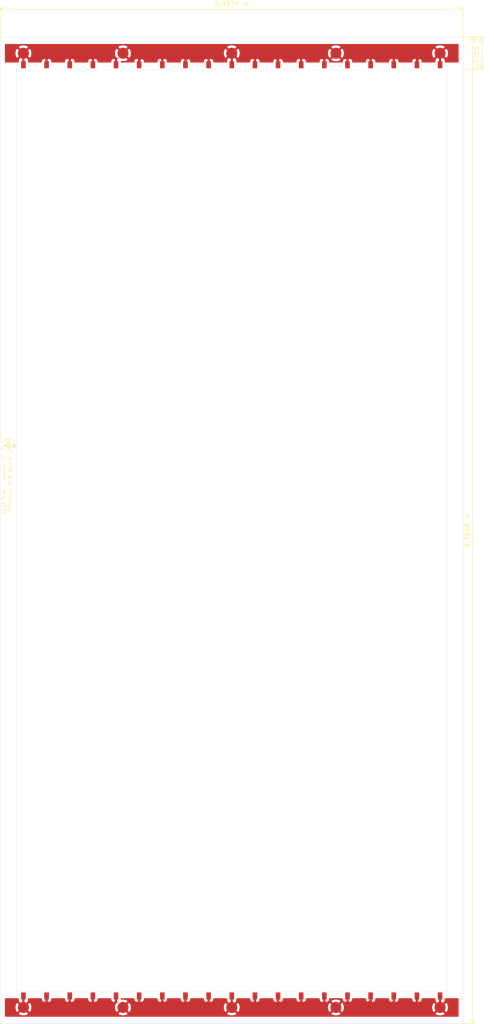
<source format=kicad_pcb>
(kicad_pcb (version 20171130) (host pcbnew 5.1.5-1.fc30)

  (general
    (thickness 1.6)
    (drawings 12)
    (tracks 51)
    (zones 0)
    (modules 13)
    (nets 2)
  )

  (page USLegal portrait)
  (layers
    (0 F.Cu signal)
    (31 B.Cu signal)
    (32 B.Adhes user)
    (33 F.Adhes user)
    (34 B.Paste user)
    (35 F.Paste user)
    (36 B.SilkS user)
    (37 F.SilkS user)
    (38 B.Mask user)
    (39 F.Mask user)
    (40 Dwgs.User user)
    (41 Cmts.User user)
    (42 Eco1.User user)
    (43 Eco2.User user)
    (44 Edge.Cuts user)
    (45 Margin user)
    (46 B.CrtYd user)
    (47 F.CrtYd user)
    (48 B.Fab user)
    (49 F.Fab user)
  )

  (setup
    (last_trace_width 0.1)
    (user_trace_width 0.508)
    (trace_clearance 0.2)
    (zone_clearance 0.508)
    (zone_45_only no)
    (trace_min 0.1)
    (via_size 0.8)
    (via_drill 0.4)
    (via_min_size 0.4)
    (via_min_drill 0.3)
    (uvia_size 0.3)
    (uvia_drill 0.1)
    (uvias_allowed no)
    (uvia_min_size 0.2)
    (uvia_min_drill 0.1)
    (edge_width 0.05)
    (segment_width 0.2)
    (pcb_text_width 0.3)
    (pcb_text_size 1.5 1.5)
    (mod_edge_width 0.12)
    (mod_text_size 1 1)
    (mod_text_width 0.15)
    (pad_size 0.6 1.5)
    (pad_drill 0)
    (pad_to_mask_clearance 0.051)
    (solder_mask_min_width 0.25)
    (aux_axis_origin 0 0)
    (grid_origin 50 45)
    (visible_elements FFFFF77F)
    (pcbplotparams
      (layerselection 0x010fc_ffffffff)
      (usegerberextensions false)
      (usegerberattributes false)
      (usegerberadvancedattributes false)
      (creategerberjobfile false)
      (excludeedgelayer true)
      (linewidth 0.100000)
      (plotframeref false)
      (viasonmask false)
      (mode 1)
      (useauxorigin false)
      (hpglpennumber 1)
      (hpglpenspeed 20)
      (hpglpendiameter 15.000000)
      (psnegative false)
      (psa4output false)
      (plotreference true)
      (plotvalue true)
      (plotinvisibletext false)
      (padsonsilk false)
      (subtractmaskfromsilk false)
      (outputformat 1)
      (mirror false)
      (drillshape 0)
      (scaleselection 1)
      (outputdirectory "/home/kdunne/git/alphaSU-haloscopes/wire-haloscope/gerbers/"))
  )

  (net 0 "")
  (net 1 "Net-(U1-Pad1)")

  (net_class Default "This is the default net class."
    (clearance 0.2)
    (trace_width 0.1)
    (via_dia 0.8)
    (via_drill 0.4)
    (uvia_dia 0.3)
    (uvia_drill 0.1)
    (add_net "Net-(U1-Pad1)")
  )

  (net_class pads ""
    (clearance 0.2)
    (trace_width 0.508)
    (via_dia 0.8)
    (via_drill 0.4)
    (uvia_dia 0.3)
    (uvia_drill 0.1)
  )

  (module gbtx:su-logo-3mm (layer F.Cu) (tedit 0) (tstamp 61168FE3)
    (at 51.75 133.25 270)
    (fp_text reference G*** (at 0 0 90) (layer F.SilkS) hide
      (effects (font (size 1.524 1.524) (thickness 0.3)))
    )
    (fp_text value LOGO (at 0.75 0 90) (layer F.SilkS) hide
      (effects (font (size 1.524 1.524) (thickness 0.3)))
    )
    (fp_poly (pts (xy -0.26493 -1.635821) (xy -0.243328 -1.62867) (xy -0.22195 -1.617747) (xy -0.219136 -1.615903)
      (xy -0.184983 -1.582963) (xy -0.163175 -1.540934) (xy -0.155607 -1.494092) (xy -0.156902 -1.475606)
      (xy -0.162709 -1.446912) (xy -0.169905 -1.43047) (xy -0.177316 -1.427792) (xy -0.183766 -1.440388)
      (xy -0.183897 -1.440883) (xy -0.189338 -1.454887) (xy -0.196157 -1.456044) (xy -0.20586 -1.443325)
      (xy -0.219613 -1.416407) (xy -0.233436 -1.390205) (xy -0.246247 -1.370688) (xy -0.256217 -1.359795)
      (xy -0.261519 -1.359465) (xy -0.260325 -1.371636) (xy -0.259699 -1.37389) (xy -0.256176 -1.392333)
      (xy -0.252422 -1.421928) (xy -0.24915 -1.456895) (xy -0.248621 -1.463955) (xy -0.246655 -1.500448)
      (xy -0.247676 -1.526597) (xy -0.252643 -1.548897) (xy -0.262517 -1.573845) (xy -0.266019 -1.581591)
      (xy -0.277591 -1.607337) (xy -0.285661 -1.626186) (xy -0.288347 -1.633579) (xy -0.281641 -1.637891)
      (xy -0.26493 -1.635821)) (layer F.SilkS) (width 0.01))
    (fp_poly (pts (xy 0.548735 -1.438501) (xy 0.550415 -1.429615) (xy 0.536243 -1.41472) (xy 0.527728 -1.408228)
      (xy 0.502432 -1.388905) (xy 0.491225 -1.376529) (xy 0.493844 -1.36901) (xy 0.510021 -1.364261)
      (xy 0.521911 -1.362437) (xy 0.552759 -1.355722) (xy 0.5817 -1.345584) (xy 0.587442 -1.342828)
      (xy 0.614858 -1.328444) (xy 0.572454 -1.315193) (xy 0.538696 -1.298989) (xy 0.501095 -1.271867)
      (xy 0.464217 -1.23764) (xy 0.432626 -1.200122) (xy 0.429554 -1.195793) (xy 0.421849 -1.185378)
      (xy 0.417847 -1.183815) (xy 0.41691 -1.193439) (xy 0.418395 -1.216584) (xy 0.419667 -1.231836)
      (xy 0.421579 -1.260451) (xy 0.421977 -1.280977) (xy 0.420781 -1.289076) (xy 0.420728 -1.289082)
      (xy 0.414356 -1.282585) (xy 0.402986 -1.26633) (xy 0.398598 -1.259399) (xy 0.382589 -1.236966)
      (xy 0.372086 -1.2305) (xy 0.367016 -1.240048) (xy 0.367301 -1.265658) (xy 0.368659 -1.278481)
      (xy 0.380596 -1.336981) (xy 0.400931 -1.381361) (xy 0.430539 -1.412702) (xy 0.470295 -1.432084)
      (xy 0.497867 -1.4382) (xy 0.531215 -1.441367) (xy 0.548735 -1.438501)) (layer F.SilkS) (width 0.01))
    (fp_poly (pts (xy 0.851395 -1.387601) (xy 0.870979 -1.378464) (xy 0.895324 -1.361557) (xy 0.909395 -1.349522)
      (xy 0.943894 -1.317341) (xy 0.92143 -1.284281) (xy 0.898965 -1.251221) (xy 0.898965 -1.285799)
      (xy 0.893407 -1.316717) (xy 0.878913 -1.338147) (xy 0.858755 -1.348218) (xy 0.836205 -1.345061)
      (xy 0.81861 -1.331721) (xy 0.809706 -1.317981) (xy 0.806832 -1.299821) (xy 0.809086 -1.271325)
      (xy 0.809225 -1.270235) (xy 0.8158 -1.21761) (xy 0.819852 -1.178897) (xy 0.821209 -1.151213)
      (xy 0.819702 -1.131673) (xy 0.815159 -1.117391) (xy 0.80741 -1.105483) (xy 0.798905 -1.095853)
      (xy 0.768529 -1.073562) (xy 0.7337 -1.067252) (xy 0.694012 -1.076931) (xy 0.655029 -1.098489)
      (xy 0.631922 -1.11529) (xy 0.61586 -1.129339) (xy 0.610618 -1.136834) (xy 0.614802 -1.147794)
      (xy 0.62508 -1.166178) (xy 0.638043 -1.186652) (xy 0.65028 -1.203878) (xy 0.658383 -1.212522)
      (xy 0.659135 -1.212754) (xy 0.660293 -1.205354) (xy 0.658514 -1.18685) (xy 0.657314 -1.179139)
      (xy 0.655224 -1.154865) (xy 0.661037 -1.138029) (xy 0.673145 -1.124014) (xy 0.699052 -1.106051)
      (xy 0.723914 -1.105014) (xy 0.74631 -1.119466) (xy 0.756887 -1.133907) (xy 0.761938 -1.152705)
      (xy 0.761589 -1.179206) (xy 0.755963 -1.216757) (xy 0.750856 -1.242421) (xy 0.744652 -1.274613)
      (xy 0.742653 -1.296005) (xy 0.744992 -1.312262) (xy 0.751805 -1.329051) (xy 0.752976 -1.331466)
      (xy 0.773478 -1.359147) (xy 0.801631 -1.379238) (xy 0.832143 -1.388719) (xy 0.851395 -1.387601)) (layer F.SilkS) (width 0.01))
    (fp_poly (pts (xy -0.87212 -1.414251) (xy -0.866403 -1.403173) (xy -0.85837 -1.38412) (xy -0.858232 -1.376897)
      (xy -0.866283 -1.378175) (xy -0.868529 -1.379015) (xy -0.880458 -1.37708) (xy -0.900091 -1.368577)
      (xy -0.921862 -1.356621) (xy -0.940204 -1.344325) (xy -0.94955 -1.334804) (xy -0.94985 -1.333519)
      (xy -0.945215 -1.32537) (xy -0.932724 -1.30651) (xy -0.914499 -1.279944) (xy -0.89266 -1.248678)
      (xy -0.869328 -1.215716) (xy -0.846626 -1.184064) (xy -0.826673 -1.156729) (xy -0.81159 -1.136715)
      (xy -0.806266 -1.130067) (xy -0.790299 -1.116153) (xy -0.776754 -1.110985) (xy -0.7648 -1.107971)
      (xy -0.767437 -1.098645) (xy -0.784923 -1.082582) (xy -0.801684 -1.070213) (xy -0.827566 -1.052602)
      (xy -0.842076 -1.044785) (xy -0.847211 -1.046121) (xy -0.844971 -1.055967) (xy -0.844816 -1.056374)
      (xy -0.846868 -1.071947) (xy -0.860003 -1.099305) (xy -0.883804 -1.137764) (xy -0.917854 -1.186641)
      (xy -0.951818 -1.232289) (xy -1.002186 -1.298468) (xy -1.033263 -1.275494) (xy -1.055595 -1.257556)
      (xy -1.073721 -1.240584) (xy -1.077549 -1.23628) (xy -1.087678 -1.225542) (xy -1.094061 -1.228436)
      (xy -1.100079 -1.240501) (xy -1.105173 -1.258502) (xy -1.103832 -1.268837) (xy -1.095213 -1.276516)
      (xy -1.075747 -1.291841) (xy -1.048397 -1.312607) (xy -1.016125 -1.33661) (xy -0.981895 -1.361649)
      (xy -0.94867 -1.385518) (xy -0.919411 -1.406015) (xy -0.918858 -1.406396) (xy -0.896132 -1.420389)
      (xy -0.88199 -1.423095) (xy -0.87212 -1.414251)) (layer F.SilkS) (width 0.01))
    (fp_poly (pts (xy -0.006708 -1.616941) (xy -0.000224 -1.609178) (xy 0.021156 -1.576227) (xy 0.040217 -1.537298)
      (xy 0.053067 -1.500642) (xy 0.05498 -1.492138) (xy 0.054488 -1.451997) (xy 0.03751 -1.412753)
      (xy 0.014321 -1.38402) (xy -0.012721 -1.355986) (xy 0.037524 -1.378207) (xy 0.068688 -1.392296)
      (xy 0.097534 -1.405847) (xy 0.113605 -1.413788) (xy 0.139664 -1.43124) (xy 0.171522 -1.458349)
      (xy 0.205035 -1.491033) (xy 0.236058 -1.525207) (xy 0.260447 -1.556789) (xy 0.263645 -1.561621)
      (xy 0.279032 -1.583899) (xy 0.291467 -1.598877) (xy 0.29696 -1.602871) (xy 0.301075 -1.595801)
      (xy 0.299093 -1.576914) (xy 0.292233 -1.549695) (xy 0.281714 -1.51763) (xy 0.268757 -1.484203)
      (xy 0.254582 -1.4529) (xy 0.240407 -1.427206) (xy 0.230919 -1.414173) (xy 0.223041 -1.40289)
      (xy 0.223669 -1.399332) (xy 0.236741 -1.403492) (xy 0.259269 -1.4142) (xy 0.286465 -1.4288)
      (xy 0.313538 -1.444635) (xy 0.335699 -1.459048) (xy 0.346153 -1.467269) (xy 0.362639 -1.480633)
      (xy 0.370551 -1.482234) (xy 0.370948 -1.474271) (xy 0.364887 -1.458946) (xy 0.353427 -1.438456)
      (xy 0.337625 -1.415001) (xy 0.318539 -1.390782) (xy 0.299462 -1.370182) (xy 0.276314 -1.349732)
      (xy 0.246827 -1.327055) (xy 0.214756 -1.304639) (xy 0.183858 -1.284972) (xy 0.15789 -1.270541)
      (xy 0.140609 -1.263835) (xy 0.138592 -1.263639) (xy 0.127156 -1.258993) (xy 0.107544 -1.247105)
      (xy 0.093823 -1.237609) (xy 0.056927 -1.200461) (xy 0.030156 -1.150016) (xy 0.013717 -1.086734)
      (xy 0.009346 -1.049235) (xy 0.00424 -0.981773) (xy -0.03871 -1.027297) (xy -0.061282 -1.05214)
      (xy -0.079942 -1.074329) (xy -0.090811 -1.089242) (xy -0.091079 -1.089712) (xy -0.100675 -1.101735)
      (xy -0.1067 -1.098766) (xy -0.108613 -1.082503) (xy -0.105869 -1.054643) (xy -0.104631 -1.047375)
      (xy -0.100742 -1.017501) (xy -0.102568 -1.003039) (xy -0.109958 -1.004229) (xy -0.121831 -1.019816)
      (xy -0.139539 -1.05862) (xy -0.151713 -1.106306) (xy -0.157267 -1.155966) (xy -0.155117 -1.200695)
      (xy -0.152326 -1.213974) (xy -0.135865 -1.248731) (xy -0.10501 -1.286599) (xy -0.101559 -1.2901)
      (xy -0.081268 -1.310901) (xy -0.072576 -1.321513) (xy -0.074686 -1.323327) (xy -0.085193 -1.318565)
      (xy -0.102454 -1.310756) (xy -0.108652 -1.311614) (xy -0.103635 -1.322284) (xy -0.089821 -1.340519)
      (xy -0.031844 -1.340519) (xy -0.030684 -1.339966) (xy -0.022944 -1.345937) (xy -0.021202 -1.348447)
      (xy -0.019041 -1.356376) (xy -0.020201 -1.356928) (xy -0.02794 -1.350958) (xy -0.029683 -1.348447)
      (xy -0.031844 -1.340519) (xy -0.089821 -1.340519) (xy -0.087252 -1.34391) (xy -0.080798 -1.351853)
      (xy -0.0604 -1.380503) (xy -0.039705 -1.415406) (xy -0.028786 -1.437071) (xy -0.017469 -1.463756)
      (xy -0.011182 -1.486223) (xy -0.008967 -1.510823) (xy -0.009867 -1.543906) (xy -0.010653 -1.557276)
      (xy -0.012629 -1.591491) (xy -0.012956 -1.611217) (xy -0.011145 -1.61889) (xy -0.006708 -1.616941)) (layer F.SilkS) (width 0.01))
    (fp_poly (pts (xy -0.272016 -1.46911) (xy -0.269713 -1.448097) (xy -0.268171 -1.395236) (xy -0.270051 -1.354936)
      (xy -0.27668 -1.322926) (xy -0.289385 -1.294937) (xy -0.309494 -1.266696) (xy -0.335202 -1.237335)
      (xy -0.359249 -1.209398) (xy -0.378199 -1.184101) (xy -0.389367 -1.165192) (xy -0.391211 -1.159081)
      (xy -0.390649 -1.099933) (xy -0.38333 -1.037558) (xy -0.376888 -1.00641) (xy -0.36959 -0.976628)
      (xy -0.365992 -0.959704) (xy -0.365813 -0.952012) (xy -0.368772 -0.949922) (xy -0.3725 -0.94985)
      (xy -0.38153 -0.955876) (xy -0.397753 -0.971693) (xy -0.417688 -0.993902) (xy -0.418089 -0.994374)
      (xy -0.459849 -1.051014) (xy -0.48623 -1.104838) (xy -0.497638 -1.152801) (xy -0.499318 -1.183082)
      (xy -0.495607 -1.2103) (xy -0.485027 -1.237309) (xy -0.466095 -1.266963) (xy -0.43733 -1.302116)
      (xy -0.397992 -1.344845) (xy -0.36662 -1.378684) (xy -0.338618 -1.410386) (xy -0.316577 -1.43691)
      (xy -0.303087 -1.455214) (xy -0.301191 -1.45846) (xy -0.288075 -1.478596) (xy -0.278288 -1.482125)
      (xy -0.272016 -1.46911)) (layer F.SilkS) (width 0.01))
    (fp_poly (pts (xy 0.369136 -1.414659) (xy 0.368871 -1.404936) (xy 0.363002 -1.385909) (xy 0.360351 -1.37924)
      (xy 0.353792 -1.356866) (xy 0.350101 -1.326235) (xy 0.348979 -1.283976) (xy 0.34934 -1.254966)
      (xy 0.350374 -1.217521) (xy 0.351634 -1.187271) (xy 0.35295 -1.167643) (xy 0.353984 -1.16187)
      (xy 0.358511 -1.168802) (xy 0.365199 -1.184453) (xy 0.374062 -1.199508) (xy 0.382333 -1.199242)
      (xy 0.389068 -1.185295) (xy 0.393326 -1.159303) (xy 0.394327 -1.133883) (xy 0.390922 -1.094715)
      (xy 0.379568 -1.05881) (xy 0.358478 -1.022872) (xy 0.325868 -0.983603) (xy 0.296996 -0.95409)
      (xy 0.245001 -0.903205) (xy 0.250225 -0.94985) (xy 0.253912 -0.980373) (xy 0.257588 -1.00706)
      (xy 0.259308 -1.017696) (xy 0.26119 -1.030658) (xy 0.258415 -1.031501) (xy 0.248613 -1.01957)
      (xy 0.243988 -1.013456) (xy 0.224403 -0.989786) (xy 0.204086 -0.968818) (xy 0.186943 -0.954306)
      (xy 0.177784 -0.94985) (xy 0.177721 -0.957015) (xy 0.183229 -0.97601) (xy 0.193175 -1.003085)
      (xy 0.195984 -1.010094) (xy 0.209188 -1.044214) (xy 0.21711 -1.068157) (xy 0.219541 -1.080603)
      (xy 0.216274 -1.080231) (xy 0.207104 -1.065722) (xy 0.20373 -1.059478) (xy 0.191556 -1.04125)
      (xy 0.173677 -1.019814) (xy 0.15349 -0.998573) (xy 0.134393 -0.98093) (xy 0.119786 -0.970289)
      (xy 0.113549 -0.969166) (xy 0.113472 -0.978652) (xy 0.116845 -0.999895) (xy 0.122659 -1.027071)
      (xy 0.129302 -1.05701) (xy 0.13397 -1.081391) (xy 0.135567 -1.093882) (xy 0.131256 -1.097533)
      (xy 0.119717 -1.089843) (xy 0.103344 -1.07344) (xy 0.084535 -1.05095) (xy 0.065686 -1.024999)
      (xy 0.050598 -1.000734) (xy 0.02425 -0.95409) (xy 0.028074 -1.010878) (xy 0.040955 -1.079657)
      (xy 0.06924 -1.14534) (xy 0.111368 -1.204659) (xy 0.129705 -1.223907) (xy 0.153522 -1.244855)
      (xy 0.180805 -1.265586) (xy 0.207961 -1.283787) (xy 0.231391 -1.297142) (xy 0.247501 -1.303337)
      (xy 0.252123 -1.302691) (xy 0.250729 -1.294113) (xy 0.244225 -1.275576) (xy 0.240776 -1.267062)
      (xy 0.23354 -1.241699) (xy 0.227595 -1.205908) (xy 0.223994 -1.166218) (xy 0.223785 -1.16187)
      (xy 0.222769 -1.131468) (xy 0.223144 -1.114214) (xy 0.225279 -1.110756) (xy 0.229539 -1.121743)
      (xy 0.236291 -1.147827) (xy 0.2459 -1.189656) (xy 0.25009 -1.208514) (xy 0.26 -1.246873)
      (xy 0.272081 -1.284463) (xy 0.283863 -1.31367) (xy 0.284844 -1.315667) (xy 0.298685 -1.339191)
      (xy 0.316545 -1.364271) (xy 0.335514 -1.387492) (xy 0.352683 -1.405437) (xy 0.365143 -1.414689)
      (xy 0.369136 -1.414659)) (layer F.SilkS) (width 0.01))
    (fp_poly (pts (xy 1.01924 -1.249395) (xy 1.038931 -1.233498) (xy 1.065639 -1.209557) (xy 1.09699 -1.179661)
      (xy 1.11537 -1.161419) (xy 1.150482 -1.125889) (xy 1.174963 -1.100307) (xy 1.190243 -1.082699)
      (xy 1.197754 -1.071086) (xy 1.198924 -1.063492) (xy 1.195184 -1.057939) (xy 1.192052 -1.055409)
      (xy 1.17417 -1.04466) (xy 1.163784 -1.046841) (xy 1.158103 -1.058607) (xy 1.149036 -1.074134)
      (xy 1.132552 -1.093626) (xy 1.127282 -1.098891) (xy 1.101369 -1.123706) (xy 1.00935 -1.029732)
      (xy 0.972561 -0.990992) (xy 0.943547 -0.958038) (xy 0.923806 -0.932677) (xy 0.914833 -0.916715)
      (xy 0.914508 -0.915242) (xy 0.912308 -0.905149) (xy 0.907551 -0.902791) (xy 0.89741 -0.909423)
      (xy 0.87906 -0.926302) (xy 0.870025 -0.935008) (xy 0.84837 -0.956221) (xy 0.837791 -0.968265)
      (xy 0.837142 -0.973735) (xy 0.84528 -0.975227) (xy 0.852262 -0.975292) (xy 0.864163 -0.977653)
      (xy 0.879065 -0.98581) (xy 0.898991 -1.001372) (xy 0.925962 -1.025948) (xy 0.961998 -1.061147)
      (xy 0.969493 -1.068624) (xy 1.062826 -1.161957) (xy 1.02966 -1.191243) (xy 1.008836 -1.208011)
      (xy 0.991952 -1.218777) (xy 0.985893 -1.220882) (xy 0.976568 -1.225582) (xy 0.978063 -1.235663)
      (xy 0.987381 -1.246667) (xy 1.001525 -1.254137) (xy 1.008936 -1.255158) (xy 1.01924 -1.249395)) (layer F.SilkS) (width 0.01))
    (fp_poly (pts (xy -0.079048 -1.561233) (xy -0.074472 -1.541145) (xy -0.071038 -1.513274) (xy -0.069213 -1.482206)
      (xy -0.069462 -1.452531) (xy -0.070884 -1.436679) (xy -0.076299 -1.408724) (xy -0.085614 -1.382684)
      (xy -0.100877 -1.35455) (xy -0.124132 -1.320313) (xy -0.143729 -1.293909) (xy -0.164531 -1.263625)
      (xy -0.181249 -1.234128) (xy -0.190769 -1.211024) (xy -0.191484 -1.207948) (xy -0.193504 -1.154811)
      (xy -0.181416 -1.097053) (xy -0.161132 -1.048161) (xy -0.148669 -1.022315) (xy -0.140744 -1.003015)
      (xy -0.13907 -0.994531) (xy -0.149612 -0.994967) (xy -0.169107 -1.004419) (xy -0.193891 -1.020567)
      (xy -0.220299 -1.041089) (xy -0.238407 -1.057415) (xy -0.277515 -1.09531) (xy -0.282135 -1.054383)
      (xy -0.283127 -1.015915) (xy -0.279508 -0.970385) (xy -0.272204 -0.926764) (xy -0.266885 -0.906625)
      (xy -0.264761 -0.892576) (xy -0.270472 -0.89135) (xy -0.282289 -0.901763) (xy -0.298479 -0.922633)
      (xy -0.305319 -0.932904) (xy -0.325944 -0.970906) (xy -0.343992 -1.014745) (xy -0.357398 -1.058403)
      (xy -0.364097 -1.095862) (xy -0.364488 -1.10538) (xy -0.360386 -1.135249) (xy -0.347599 -1.166601)
      (xy -0.324784 -1.201522) (xy -0.290598 -1.242096) (xy -0.248032 -1.286127) (xy -0.20919 -1.325743)
      (xy -0.180336 -1.358297) (xy -0.158461 -1.387626) (xy -0.140559 -1.41757) (xy -0.132126 -1.434035)
      (xy -0.116511 -1.468946) (xy -0.103835 -1.502993) (xy -0.096427 -1.529783) (xy -0.095785 -1.533684)
      (xy -0.091433 -1.555393) (xy -0.086151 -1.567814) (xy -0.084302 -1.568948) (xy -0.079048 -1.561233)) (layer F.SilkS) (width 0.01))
    (fp_poly (pts (xy -1.181353 -1.160254) (xy -1.165203 -1.141973) (xy -1.163993 -1.131315) (xy -1.177168 -1.127946)
      (xy -1.192051 -1.122171) (xy -1.21158 -1.107625) (xy -1.219547 -1.100005) (xy -1.246629 -1.072064)
      (xy -1.208639 -1.03478) (xy -1.17065 -0.997497) (xy -1.148217 -1.018197) (xy -1.129557 -1.03949)
      (xy -1.11589 -1.061914) (xy -1.115773 -1.062185) (xy -1.105762 -1.085471) (xy -1.048292 -1.026177)
      (xy -1.070543 -1.026177) (xy -1.094808 -1.017979) (xy -1.114795 -0.998614) (xy -1.136795 -0.971052)
      (xy -1.100568 -0.939272) (xy -1.078207 -0.921731) (xy -1.058944 -0.910179) (xy -1.05016 -0.907469)
      (xy -1.036194 -0.913953) (xy -1.017652 -0.93029) (xy -0.998631 -0.951757) (xy -0.983229 -0.97363)
      (xy -0.975543 -0.991186) (xy -0.975292 -0.99378) (xy -0.972441 -1.007648) (xy -0.965805 -1.007793)
      (xy -0.958264 -0.996087) (xy -0.953548 -0.979627) (xy -0.951807 -0.965623) (xy -0.953797 -0.9532)
      (xy -0.961406 -0.939125) (xy -0.976525 -0.920165) (xy -1.001041 -0.893088) (xy -1.009281 -0.884218)
      (xy -1.040136 -0.851464) (xy -1.061436 -0.830134) (xy -1.074899 -0.818978) (xy -1.082242 -0.816746)
      (xy -1.08518 -0.822186) (xy -1.085543 -0.828646) (xy -1.089125 -0.839958) (xy -1.10066 -0.856049)
      (xy -1.121329 -0.878121) (xy -1.152314 -0.907375) (xy -1.194796 -0.945014) (xy -1.228529 -0.974027)
      (xy -1.261055 -1.00115) (xy -1.284087 -1.018418) (xy -1.30053 -1.027546) (xy -1.313289 -1.030254)
      (xy -1.321818 -1.029195) (xy -1.344207 -1.023877) (xy -1.318928 -1.05259) (xy -1.300272 -1.073239)
      (xy -1.275103 -1.100408) (xy -1.248687 -1.128414) (xy -1.247242 -1.12993) (xy -1.200835 -1.178558)
      (xy -1.181353 -1.160254)) (layer F.SilkS) (width 0.01))
    (fp_poly (pts (xy -1.372887 -0.958944) (xy -1.365499 -0.950017) (xy -1.362344 -0.936874) (xy -1.367649 -0.92018)
      (xy -1.382331 -0.896098) (xy -1.396555 -0.874188) (xy -1.405804 -0.858338) (xy -1.407813 -0.853471)
      (xy -1.400659 -0.844667) (xy -1.381263 -0.830326) (xy -1.352729 -0.812143) (xy -1.318157 -0.791815)
      (xy -1.280649 -0.771035) (xy -1.243309 -0.751498) (xy -1.209236 -0.734901) (xy -1.181534 -0.722937)
      (xy -1.163304 -0.717301) (xy -1.15875 -0.717371) (xy -1.147085 -0.719521) (xy -1.144908 -0.717662)
      (xy -1.148839 -0.709) (xy -1.158685 -0.691295) (xy -1.171529 -0.66943) (xy -1.184453 -0.648285)
      (xy -1.194539 -0.632744) (xy -1.19875 -0.627579) (xy -1.202877 -0.634252) (xy -1.208623 -0.646323)
      (xy -1.218201 -0.658051) (xy -1.239143 -0.674872) (xy -1.272328 -0.69737) (xy -1.318632 -0.72613)
      (xy -1.378933 -0.761737) (xy -1.401384 -0.774704) (xy -1.441599 -0.79783) (xy -1.458959 -0.76995)
      (xy -1.47205 -0.744838) (xy -1.480812 -0.720799) (xy -1.481289 -0.718748) (xy -1.487626 -0.700011)
      (xy -1.496903 -0.697359) (xy -1.511782 -0.710137) (xy -1.512604 -0.71104) (xy -1.519128 -0.71987)
      (xy -1.520547 -0.729591) (xy -1.51591 -0.744081) (xy -1.504267 -0.767221) (xy -1.494419 -0.785247)
      (xy -1.458215 -0.849861) (xy -1.428813 -0.900098) (xy -1.406366 -0.935713) (xy -1.391026 -0.956462)
      (xy -1.38462 -0.962002) (xy -1.372887 -0.958944)) (layer F.SilkS) (width 0.01))
    (fp_poly (pts (xy 1.22975 -0.967699) (xy 1.26224 -0.958118) (xy 1.294399 -0.944572) (xy 1.314891 -0.932626)
      (xy 1.339963 -0.906757) (xy 1.36149 -0.870118) (xy 1.376567 -0.82889) (xy 1.382288 -0.789272)
      (xy 1.374551 -0.741428) (xy 1.353034 -0.696838) (xy 1.320595 -0.659463) (xy 1.280092 -0.63326)
      (xy 1.265736 -0.627831) (xy 1.232053 -0.618759) (xy 1.205201 -0.614427) (xy 1.191553 -0.615044)
      (xy 1.178148 -0.618103) (xy 1.155944 -0.622236) (xy 1.151087 -0.623063) (xy 1.116397 -0.636183)
      (xy 1.082412 -0.661577) (xy 1.053996 -0.695075) (xy 1.041993 -0.716555) (xy 1.028042 -0.765955)
      (xy 1.028108 -0.768748) (xy 1.077029 -0.768748) (xy 1.081745 -0.730152) (xy 1.097702 -0.696897)
      (xy 1.123483 -0.673247) (xy 1.131238 -0.669361) (xy 1.160674 -0.663895) (xy 1.196764 -0.667116)
      (xy 1.232322 -0.677903) (xy 1.251146 -0.688033) (xy 1.291943 -0.724964) (xy 1.318583 -0.770277)
      (xy 1.329739 -0.818652) (xy 1.331144 -0.846269) (xy 1.327926 -0.864295) (xy 1.317601 -0.879965)
      (xy 1.303686 -0.894538) (xy 1.274411 -0.916602) (xy 1.243161 -0.924278) (xy 1.206639 -0.917951)
      (xy 1.182999 -0.908591) (xy 1.151866 -0.88899) (xy 1.121047 -0.860731) (xy 1.096129 -0.829521)
      (xy 1.084974 -0.808422) (xy 1.077029 -0.768748) (xy 1.028108 -0.768748) (xy 1.029209 -0.815309)
      (xy 1.043841 -0.862026) (xy 1.070285 -0.903519) (xy 1.106891 -0.937199) (xy 1.152004 -0.960477)
      (xy 1.203974 -0.970764) (xy 1.204274 -0.97078) (xy 1.22975 -0.967699)) (layer F.SilkS) (width 0.01))
    (fp_poly (pts (xy -1.561325 -0.632187) (xy -1.560467 -0.62422) (xy -1.552182 -0.611721) (xy -1.527355 -0.595683)
      (xy -1.486026 -0.576126) (xy -1.428239 -0.553071) (xy -1.369024 -0.531717) (xy -1.325216 -0.517377)
      (xy -1.294851 -0.509707) (xy -1.275966 -0.508281) (xy -1.269529 -0.510129) (xy -1.260234 -0.514401)
      (xy -1.256381 -0.512121) (xy -1.258151 -0.500717) (xy -1.265722 -0.477619) (xy -1.273257 -0.456714)
      (xy -1.285601 -0.427046) (xy -1.295813 -0.410493) (xy -1.302931 -0.408026) (xy -1.305993 -0.420613)
      (xy -1.306043 -0.423643) (xy -1.3082 -0.431965) (xy -1.315912 -0.440484) (xy -1.331043 -0.450128)
      (xy -1.355457 -0.461825) (xy -1.391018 -0.476504) (xy -1.43959 -0.495092) (xy -1.478385 -0.509476)
      (xy -1.516627 -0.522756) (xy -1.550145 -0.532934) (xy -1.575157 -0.538957) (xy -1.587457 -0.539909)
      (xy -1.597766 -0.538151) (xy -1.601721 -0.54202) (xy -1.599339 -0.554647) (xy -1.590636 -0.579162)
      (xy -1.587706 -0.586905) (xy -1.575162 -0.617082) (xy -1.566237 -0.632355) (xy -1.561325 -0.632187)) (layer F.SilkS) (width 0.01))
    (fp_poly (pts (xy 0.477818 -0.431733) (xy 0.48371 -0.423471) (xy 0.488385 -0.405963) (xy 0.480738 -0.387118)
      (xy 0.479572 -0.385308) (xy 0.462409 -0.369328) (xy 0.4428 -0.364677) (xy 0.426181 -0.371596)
      (xy 0.419479 -0.382646) (xy 0.418286 -0.405736) (xy 0.427493 -0.424712) (xy 0.443129 -0.437052)
      (xy 0.461227 -0.440233) (xy 0.477818 -0.431733)) (layer F.SilkS) (width 0.01))
    (fp_poly (pts (xy 1.422718 -0.592247) (xy 1.467823 -0.568309) (xy 1.498697 -0.539973) (xy 1.516829 -0.515471)
      (xy 1.529878 -0.487335) (xy 1.539168 -0.45148) (xy 1.546023 -0.403818) (xy 1.547552 -0.389168)
      (xy 1.553086 -0.333095) (xy 1.517481 -0.327401) (xy 1.490216 -0.324442) (xy 1.478516 -0.327147)
      (xy 1.481798 -0.335989) (xy 1.49354 -0.346766) (xy 1.505608 -0.359345) (xy 1.511621 -0.375521)
      (xy 1.513391 -0.40112) (xy 1.513375 -0.410562) (xy 1.508585 -0.451696) (xy 1.493354 -0.484285)
      (xy 1.465055 -0.513009) (xy 1.449437 -0.5245) (xy 1.428579 -0.536488) (xy 1.407763 -0.541198)
      (xy 1.37915 -0.540249) (xy 1.375089 -0.539859) (xy 1.328476 -0.528641) (xy 1.289829 -0.506769)
      (xy 1.260051 -0.476866) (xy 1.240045 -0.441557) (xy 1.230713 -0.403464) (xy 1.232959 -0.365211)
      (xy 1.247686 -0.329421) (xy 1.275796 -0.298718) (xy 1.288974 -0.289653) (xy 1.306589 -0.276119)
      (xy 1.308683 -0.267431) (xy 1.296248 -0.264557) (xy 1.270275 -0.268465) (xy 1.26788 -0.269041)
      (xy 1.246884 -0.277631) (xy 1.229804 -0.294141) (xy 1.212602 -0.322601) (xy 1.210888 -0.32593)
      (xy 1.197316 -0.367279) (xy 1.192778 -0.415659) (xy 1.197284 -0.463924) (xy 1.210682 -0.504621)
      (xy 1.241713 -0.548612) (xy 1.281306 -0.579723) (xy 1.326587 -0.597601) (xy 1.374682 -0.601893)
      (xy 1.422718 -0.592247)) (layer F.SilkS) (width 0.01))
    (fp_poly (pts (xy -1.62329 -0.391072) (xy -1.617888 -0.389559) (xy -1.598683 -0.384215) (xy -1.58841 -0.38167)
      (xy -1.588086 -0.381636) (xy -1.585931 -0.37518) (xy -1.58591 -0.374144) (xy -1.592938 -0.366126)
      (xy -1.602008 -0.362443) (xy -1.617981 -0.352613) (xy -1.632894 -0.335664) (xy -1.642485 -0.315815)
      (xy -1.640592 -0.298051) (xy -1.63818 -0.29224) (xy -1.622722 -0.274329) (xy -1.598892 -0.270495)
      (xy -1.566423 -0.280782) (xy -1.525051 -0.305238) (xy -1.513023 -0.313762) (xy -1.471984 -0.341206)
      (xy -1.438779 -0.356953) (xy -1.409956 -0.36197) (xy -1.382061 -0.357221) (xy -1.371584 -0.353308)
      (xy -1.34024 -0.331868) (xy -1.321576 -0.300464) (xy -1.317032 -0.261833) (xy -1.318201 -0.251799)
      (xy -1.325395 -0.223291) (xy -1.336347 -0.197278) (xy -1.348658 -0.178302) (xy -1.359931 -0.170906)
      (xy -1.360877 -0.170973) (xy -1.374732 -0.172822) (xy -1.396817 -0.175521) (xy -1.399332 -0.175818)
      (xy -1.425623 -0.180969) (xy -1.435826 -0.187861) (xy -1.429642 -0.195726) (xy -1.40988 -0.202983)
      (xy -1.380959 -0.213505) (xy -1.363803 -0.228389) (xy -1.353292 -0.25187) (xy -1.353889 -0.272178)
      (xy -1.365859 -0.288797) (xy -1.387089 -0.301495) (xy -1.413303 -0.300893) (xy -1.446004 -0.286665)
      (xy -1.479234 -0.264211) (xy -1.513193 -0.239504) (xy -1.538415 -0.223918) (xy -1.559008 -0.215496)
      (xy -1.579081 -0.212286) (xy -1.588942 -0.21202) (xy -1.623926 -0.220352) (xy -1.644625 -0.233976)
      (xy -1.661141 -0.250517) (xy -1.668778 -0.26817) (xy -1.670714 -0.294554) (xy -1.670718 -0.296546)
      (xy -1.667927 -0.328643) (xy -1.660954 -0.359485) (xy -1.658116 -0.367321) (xy -1.648862 -0.386622)
      (xy -1.639305 -0.393405) (xy -1.62329 -0.391072)) (layer F.SilkS) (width 0.01))
    (fp_poly (pts (xy -0.436061 -0.40121) (xy -0.42016 -0.387211) (xy -0.410336 -0.370488) (xy -0.410825 -0.356992)
      (xy -0.408617 -0.347047) (xy -0.39941 -0.339666) (xy -0.382318 -0.322944) (xy -0.377665 -0.301697)
      (xy -0.384165 -0.281189) (xy -0.400529 -0.266682) (xy -0.418188 -0.262905) (xy -0.429631 -0.261978)
      (xy -0.428739 -0.256331) (xy -0.4198 -0.245943) (xy -0.398068 -0.232803) (xy -0.370433 -0.229364)
      (xy -0.344653 -0.235914) (xy -0.335109 -0.242797) (xy -0.326487 -0.2537) (xy -0.331143 -0.261055)
      (xy -0.340864 -0.266316) (xy -0.358718 -0.282939) (xy -0.363386 -0.304805) (xy -0.354561 -0.326125)
      (xy -0.34449 -0.335105) (xy -0.328114 -0.351199) (xy -0.320656 -0.367439) (xy -0.313011 -0.380522)
      (xy -0.298439 -0.38849) (xy -0.28299 -0.390029) (xy -0.272712 -0.383826) (xy -0.271386 -0.378143)
      (xy -0.272675 -0.36529) (xy -0.276145 -0.339582) (xy -0.281196 -0.304893) (xy -0.287228 -0.265101)
      (xy -0.293643 -0.224082) (xy -0.299841 -0.185712) (xy -0.305223 -0.153868) (xy -0.30919 -0.132425)
      (xy -0.309848 -0.129332) (xy -0.311929 -0.122298) (xy -0.316193 -0.117247) (xy -0.325124 -0.113851)
      (xy -0.341205 -0.111782) (xy -0.366921 -0.110711) (xy -0.404757 -0.11031) (xy -0.454151 -0.11025)
      (xy -0.509754 -0.110604) (xy -0.550152 -0.11175) (xy -0.577087 -0.113818) (xy -0.592303 -0.116937)
      (xy -0.597451 -0.120851) (xy -0.600002 -0.133411) (xy -0.604313 -0.158926) (xy -0.609817 -0.193593)
      (xy -0.615946 -0.233607) (xy -0.622132 -0.275163) (xy -0.627807 -0.314458) (xy -0.632403 -0.347686)
      (xy -0.635353 -0.371044) (xy -0.636146 -0.380106) (xy -0.630336 -0.38866) (xy -0.616837 -0.388285)
      (xy -0.601233 -0.380613) (xy -0.589109 -0.367273) (xy -0.588551 -0.366204) (xy -0.573602 -0.345581)
      (xy -0.560292 -0.333581) (xy -0.546467 -0.315111) (xy -0.545437 -0.292705) (xy -0.556824 -0.273112)
      (xy -0.563973 -0.268) (xy -0.579113 -0.259475) (xy -0.585162 -0.255851) (xy -0.582614 -0.249511)
      (xy -0.57294 -0.241009) (xy -0.544812 -0.230084) (xy -0.513877 -0.232999) (xy -0.490706 -0.245661)
      (xy -0.47756 -0.257274) (xy -0.477106 -0.261745) (xy -0.488452 -0.262623) (xy -0.511872 -0.269638)
      (xy -0.526067 -0.286361) (xy -0.529754 -0.307619) (xy -0.52165 -0.328243) (xy -0.507616 -0.339891)
      (xy -0.495918 -0.351188) (xy -0.494829 -0.360111) (xy -0.493509 -0.377189) (xy -0.481246 -0.394203)
      (xy -0.463084 -0.405426) (xy -0.453438 -0.407078) (xy -0.436061 -0.40121)) (layer F.SilkS) (width 0.01))
    (fp_poly (pts (xy -0.94664 -0.394354) (xy -0.937129 -0.37676) (xy -0.926309 -0.353173) (xy -0.913806 -0.33587)
      (xy -0.900006 -0.313012) (xy -0.900223 -0.290168) (xy -0.912754 -0.271936) (xy -0.935897 -0.262913)
      (xy -0.940945 -0.262623) (xy -0.962571 -0.26234) (xy -0.94255 -0.245661) (xy -0.91887 -0.233405)
      (xy -0.891526 -0.22947) (xy -0.867281 -0.234135) (xy -0.856249 -0.242079) (xy -0.850542 -0.253467)
      (xy -0.85788 -0.263682) (xy -0.863691 -0.268002) (xy -0.878418 -0.286746) (xy -0.880844 -0.309425)
      (xy -0.870621 -0.329334) (xy -0.867031 -0.33239) (xy -0.852493 -0.34837) (xy -0.841771 -0.366794)
      (xy -0.828248 -0.385147) (xy -0.809179 -0.390117) (xy -0.79334 -0.387839) (xy -0.790097 -0.378082)
      (xy -0.791428 -0.371035) (xy -0.794331 -0.355985) (xy -0.799174 -0.327778) (xy -0.805358 -0.290025)
      (xy -0.812282 -0.246338) (xy -0.814649 -0.231102) (xy -0.833318 -0.11025) (xy -0.971651 -0.11025)
      (xy -1.018299 -0.110621) (xy -1.058714 -0.111646) (xy -1.089981 -0.113194) (xy -1.109183 -0.115136)
      (xy -1.113856 -0.116611) (xy -1.116293 -0.126433) (xy -1.12071 -0.149398) (xy -1.126504 -0.181883)
      (xy -1.13307 -0.220267) (xy -1.139803 -0.260928) (xy -1.146098 -0.300246) (xy -1.151352 -0.334599)
      (xy -1.154958 -0.360364) (xy -1.155924 -0.36859) (xy -1.151058 -0.383185) (xy -1.13673 -0.38904)
      (xy -1.118987 -0.384286) (xy -1.114818 -0.381298) (xy -1.104163 -0.364489) (xy -1.102504 -0.355155)
      (xy -1.096794 -0.341988) (xy -1.08951 -0.339232) (xy -1.075149 -0.332359) (xy -1.067415 -0.315654)
      (xy -1.06652 -0.294984) (xy -1.072675 -0.276221) (xy -1.086093 -0.265232) (xy -1.086827 -0.265026)
      (xy -1.100792 -0.257851) (xy -1.098738 -0.246529) (xy -1.092327 -0.239158) (xy -1.074387 -0.231025)
      (xy -1.048702 -0.229592) (xy -1.02317 -0.235005) (xy -1.017139 -0.237761) (xy -1.002646 -0.249373)
      (xy -1.004984 -0.259274) (xy -1.021807 -0.266355) (xy -1.04204 -0.278312) (xy -1.049975 -0.297842)
      (xy -1.044884 -0.320114) (xy -1.032243 -0.335573) (xy -1.018853 -0.349401) (xy -1.014733 -0.358614)
      (xy -1.015146 -0.359297) (xy -1.014427 -0.368929) (xy -1.005995 -0.385505) (xy -1.005593 -0.386124)
      (xy -0.98652 -0.403584) (xy -0.965327 -0.406117) (xy -0.94664 -0.394354)) (layer F.SilkS) (width 0.01))
    (fp_poly (pts (xy 0.708087 -0.069133) (xy 0.721573 -0.057906) (xy 0.725393 -0.039506) (xy 0.720643 -0.025022)
      (xy 0.703415 -0.004938) (xy 0.682414 0.002526) (xy 0.667644 -0.00114) (xy 0.654992 -0.016354)
      (xy 0.655582 -0.037139) (xy 0.669269 -0.058651) (xy 0.669354 -0.058736) (xy 0.689245 -0.070353)
      (xy 0.708087 -0.069133)) (layer F.SilkS) (width 0.01))
    (fp_poly (pts (xy 1.576841 -0.241116) (xy 1.577159 -0.232285) (xy 1.578458 -0.213268) (xy 1.581429 -0.185902)
      (xy 1.583101 -0.173002) (xy 1.586075 -0.148886) (xy 1.585552 -0.138858) (xy 1.580549 -0.140231)
      (xy 1.573527 -0.146864) (xy 1.55756 -0.156802) (xy 1.545959 -0.157382) (xy 1.530909 -0.154725)
      (xy 1.5056 -0.153009) (xy 1.48698 -0.152654) (xy 1.458653 -0.151402) (xy 1.445214 -0.147334)
      (xy 1.443789 -0.142053) (xy 1.452358 -0.130878) (xy 1.470653 -0.114125) (xy 1.494849 -0.094632)
      (xy 1.521124 -0.075233) (xy 1.545656 -0.058763) (xy 1.564621 -0.048057) (xy 1.573731 -0.045679)
      (xy 1.581952 -0.041067) (xy 1.587301 -0.019787) (xy 1.587953 -0.014255) (xy 1.589833 0.008198)
      (xy 1.590106 0.022048) (xy 1.589748 0.023775) (xy 1.582702 0.019966) (xy 1.564957 0.007689)
      (xy 1.539213 -0.011125) (xy 1.509033 -0.03389) (xy 1.430234 -0.094127) (xy 1.363355 -0.027982)
      (xy 1.334528 0.001376) (xy 1.309094 0.028822) (xy 1.290279 0.050786) (xy 1.28247 0.061486)
      (xy 1.269478 0.079671) (xy 1.261013 0.082432) (xy 1.25645 0.06932) (xy 1.255159 0.041871)
      (xy 1.255512 0.023284) (xy 1.257955 0.0088) (xy 1.264565 -0.004778) (xy 1.277418 -0.02065)
      (xy 1.29859 -0.042011) (xy 1.327497 -0.069541) (xy 1.355425 -0.096509) (xy 1.377741 -0.11908)
      (xy 1.392154 -0.134865) (xy 1.396402 -0.14145) (xy 1.384701 -0.143421) (xy 1.362367 -0.140971)
      (xy 1.334748 -0.135362) (xy 1.307194 -0.127855) (xy 1.285051 -0.119714) (xy 1.273906 -0.112548)
      (xy 1.264434 -0.102653) (xy 1.257235 -0.106887) (xy 1.254954 -0.110292) (xy 1.249995 -0.125608)
      (xy 1.247418 -0.148274) (xy 1.247211 -0.172566) (xy 1.249361 -0.192763) (xy 1.253855 -0.203142)
      (xy 1.255159 -0.203539) (xy 1.263215 -0.196949) (xy 1.263639 -0.193963) (xy 1.271699 -0.189756)
      (xy 1.29477 -0.188554) (xy 1.331188 -0.19025) (xy 1.379292 -0.194737) (xy 1.437419 -0.201909)
      (xy 1.478387 -0.20775) (xy 1.520584 -0.215277) (xy 1.548135 -0.223318) (xy 1.563355 -0.232589)
      (xy 1.565045 -0.234552) (xy 1.574006 -0.245074) (xy 1.576841 -0.241116)) (layer F.SilkS) (width 0.01))
    (fp_poly (pts (xy 0.166944 0.106394) (xy 0.181072 0.120708) (xy 0.18679 0.140805) (xy 0.181625 0.161274)
      (xy 0.176401 0.16792) (xy 0.159142 0.176684) (xy 0.139078 0.176766) (xy 0.12396 0.168663)
      (xy 0.121417 0.164383) (xy 0.120057 0.143998) (xy 0.127181 0.122268) (xy 0.139726 0.106546)
      (xy 0.146876 0.103272) (xy 0.166944 0.106394)) (layer F.SilkS) (width 0.01))
    (fp_poly (pts (xy -1.353716 -0.140994) (xy -1.350736 -0.124631) (xy -1.350278 -0.102961) (xy -1.352512 -0.081742)
      (xy -1.356752 -0.068176) (xy -1.367541 -0.055903) (xy -1.388815 -0.037318) (xy -1.416928 -0.01549)
      (xy -1.433569 -0.003505) (xy -1.467815 0.021688) (xy -1.489125 0.040568) (xy -1.499415 0.055015)
      (xy -1.501102 0.062779) (xy -1.500315 0.072435) (xy -1.495558 0.077528) (xy -1.483236 0.078739)
      (xy -1.459753 0.076749) (xy -1.43974 0.074414) (xy -1.402931 0.068353) (xy -1.379201 0.06078)
      (xy -1.371472 0.054745) (xy -1.361392 0.042885) (xy -1.353963 0.047216) (xy -1.349554 0.067119)
      (xy -1.348447 0.093289) (xy -1.350054 0.121878) (xy -1.354237 0.13999) (xy -1.360037 0.145559)
      (xy -1.366497 0.136513) (xy -1.367349 0.134112) (xy -1.372647 0.130381) (xy -1.386767 0.128567)
      (xy -1.411735 0.128675) (xy -1.449579 0.130711) (xy -1.499947 0.134489) (xy -1.559613 0.139745)
      (xy -1.604242 0.144852) (xy -1.635749 0.150249) (xy -1.656049 0.156375) (xy -1.667057 0.163669)
      (xy -1.670687 0.17257) (xy -1.670718 0.173647) (xy -1.674576 0.185076) (xy -1.677947 0.186578)
      (xy -1.681603 0.17872) (xy -1.685524 0.157598) (xy -1.689123 0.126885) (xy -1.690845 0.105931)
      (xy -1.692326 0.066266) (xy -1.662237 0.066266) (xy -1.662237 0.095652) (xy -1.617713 0.090304)
      (xy -1.587116 0.087151) (xy -1.55975 0.085191) (xy -1.549866 0.084882) (xy -1.532697 0.082033)
      (xy -1.526863 0.070445) (xy -1.526544 0.063221) (xy -1.532413 0.042365) (xy -1.546611 0.02158)
      (xy -1.547361 0.020817) (xy -1.574376 0.003652) (xy -1.60342 0.000341) (xy -1.630389 0.009261)
      (xy -1.651181 0.028788) (xy -1.661694 0.057301) (xy -1.662237 0.066266) (xy -1.692326 0.066266)
      (xy -1.692699 0.056293) (xy -1.689601 0.019783) (xy -1.680642 -0.006941) (xy -1.664918 -0.027223)
      (xy -1.651918 -0.037649) (xy -1.621317 -0.049605) (xy -1.586449 -0.04897) (xy -1.553874 -0.036208)
      (xy -1.545562 -0.030111) (xy -1.520873 -0.009337) (xy -1.451964 -0.055473) (xy -1.412858 -0.082943)
      (xy -1.386858 -0.104603) (xy -1.371971 -0.122366) (xy -1.366245 -0.137813) (xy -1.359048 -0.146294)
      (xy -1.353716 -0.140994)) (layer F.SilkS) (width 0.01))
    (fp_poly (pts (xy -0.692361 -0.070015) (xy -0.674858 -0.054935) (xy -0.664167 -0.036873) (xy -0.663346 -0.027041)
      (xy -0.659385 -0.011813) (xy -0.646906 0.002736) (xy -0.632602 0.020891) (xy -0.627579 0.038584)
      (xy -0.6347 0.058467) (xy -0.651899 0.074707) (xy -0.67293 0.082621) (xy -0.684759 0.081437)
      (xy -0.688238 0.083154) (xy -0.680475 0.093369) (xy -0.67197 0.101707) (xy -0.642418 0.121861)
      (xy -0.614495 0.125467) (xy -0.586582 0.112622) (xy -0.579933 0.1073) (xy -0.556783 0.087387)
      (xy -0.579331 0.081728) (xy -0.598584 0.070097) (xy -0.608716 0.05076) (xy -0.609323 0.029217)
      (xy -0.600004 0.010971) (xy -0.585133 0.002446) (xy -0.570932 -0.008892) (xy -0.568214 -0.022373)
      (xy -0.560608 -0.042892) (xy -0.546782 -0.052533) (xy -0.532416 -0.057861) (xy -0.522315 -0.057556)
      (xy -0.516289 -0.04982) (xy -0.514148 -0.032857) (xy -0.515703 -0.00487) (xy -0.520764 0.035939)
      (xy -0.529142 0.091367) (xy -0.530618 0.100705) (xy -0.55365 0.245943) (xy -0.709184 0.245943)
      (xy -0.764007 0.24589) (xy -0.804212 0.245541) (xy -0.832145 0.244617) (xy -0.850148 0.242837)
      (xy -0.860568 0.23992) (xy -0.865747 0.235587) (xy -0.86803 0.229555) (xy -0.868605 0.226862)
      (xy -0.87601 0.187747) (xy -0.883499 0.143428) (xy -0.890646 0.097068) (xy -0.897024 0.051833)
      (xy -0.902208 0.010885) (xy -0.905771 -0.022612) (xy -0.907288 -0.045494) (xy -0.906491 -0.054471)
      (xy -0.893688 -0.057977) (xy -0.876823 -0.051814) (xy -0.862316 -0.039652) (xy -0.856561 -0.025922)
      (xy -0.84972 -0.008708) (xy -0.839794 -0.000104) (xy -0.817548 0.018701) (xy -0.810402 0.041699)
      (xy -0.81799 0.064175) (xy -0.831775 0.079183) (xy -0.844035 0.084808) (xy -0.855516 0.088549)
      (xy -0.853476 0.097883) (xy -0.839113 0.109982) (xy -0.83154 0.114273) (xy -0.805544 0.124942)
      (xy -0.785106 0.12432) (xy -0.763867 0.111393) (xy -0.752805 0.101707) (xy -0.739379 0.087828)
      (xy -0.736138 0.080986) (xy -0.739287 0.081158) (xy -0.760597 0.08166) (xy -0.777241 0.070138)
      (xy -0.78756 0.051257) (xy -0.789892 0.029687) (xy -0.782578 0.010095) (xy -0.76854 -0.001075)
      (xy -0.75349 -0.013204) (xy -0.752641 -0.026614) (xy -0.750108 -0.045923) (xy -0.736818 -0.064289)
      (xy -0.718086 -0.075355) (xy -0.711073 -0.076327) (xy -0.692361 -0.070015)) (layer F.SilkS) (width 0.01))
    (fp_poly (pts (xy 0.117209 0.405921) (xy 0.124009 0.418487) (xy 0.12555 0.429337) (xy 0.122879 0.454319)
      (xy 0.11196 0.472604) (xy 0.096472 0.481841) (xy 0.080092 0.479677) (xy 0.06776 0.466282)
      (xy 0.063598 0.44379) (xy 0.071212 0.421867) (xy 0.087383 0.406496) (xy 0.101884 0.402838)
      (xy 0.117209 0.405921)) (layer F.SilkS) (width 0.01))
    (fp_poly (pts (xy 1.271094 0.123191) (xy 1.27212 0.126305) (xy 1.273643 0.131325) (xy 1.279704 0.135713)
      (xy 1.292546 0.139998) (xy 1.31441 0.144709) (xy 1.347536 0.150375) (xy 1.394165 0.157524)
      (xy 1.421709 0.161594) (xy 1.473105 0.168797) (xy 1.510374 0.173092) (xy 1.536073 0.174625)
      (xy 1.55276 0.173547) (xy 1.56299 0.170006) (xy 1.563289 0.169822) (xy 1.57221 0.165215)
      (xy 1.576367 0.167928) (xy 1.576565 0.181081) (xy 1.573609 0.207794) (xy 1.57344 0.20916)
      (xy 1.569091 0.240699) (xy 1.56504 0.257566) (xy 1.560065 0.261981) (xy 1.552945 0.256166)
      (xy 1.549779 0.252201) (xy 1.538087 0.245215) (xy 1.515907 0.237323) (xy 1.488541 0.229817)
      (xy 1.461293 0.223994) (xy 1.439465 0.221146) (xy 1.428363 0.222566) (xy 1.425284 0.231793)
      (xy 1.419991 0.253347) (xy 1.41353 0.282911) (xy 1.412308 0.288825) (xy 1.40544 0.32207)
      (xy 1.399409 0.350737) (xy 1.395423 0.369084) (xy 1.395188 0.370112) (xy 1.394735 0.380361)
      (xy 1.401243 0.387957) (xy 1.417996 0.395046) (xy 1.44554 0.403037) (xy 1.476335 0.41002)
      (xy 1.502679 0.413621) (xy 1.517557 0.413235) (xy 1.528439 0.41065) (xy 1.533424 0.412613)
      (xy 1.533157 0.422678) (xy 1.528286 0.4444) (xy 1.525391 0.456328) (xy 1.516345 0.487909)
      (xy 1.508524 0.503094) (xy 1.502063 0.501687) (xy 1.499205 0.49403) (xy 1.489429 0.484719)
      (xy 1.466415 0.473011) (xy 1.433542 0.459929) (xy 1.394185 0.446496) (xy 1.351721 0.433733)
      (xy 1.309528 0.422664) (xy 1.27098 0.414309) (xy 1.239456 0.409692) (xy 1.22015 0.409541)
      (xy 1.198763 0.411515) (xy 1.190376 0.408834) (xy 1.191382 0.400296) (xy 1.191497 0.399996)
      (xy 1.19705 0.38316) (xy 1.204302 0.358272) (xy 1.206607 0.349833) (xy 1.214475 0.327189)
      (xy 1.222224 0.3149) (xy 1.227924 0.314955) (xy 1.229716 0.326022) (xy 1.237126 0.333828)
      (xy 1.256097 0.343985) (xy 1.281741 0.354709) (xy 1.309171 0.364214) (xy 1.333497 0.370714)
      (xy 1.349832 0.372425) (xy 1.353274 0.371156) (xy 1.35723 0.361276) (xy 1.363288 0.339773)
      (xy 1.370417 0.311171) (xy 1.377583 0.279992) (xy 1.383757 0.250759) (xy 1.387906 0.227994)
      (xy 1.388998 0.21622) (xy 1.388762 0.215585) (xy 1.379699 0.213032) (xy 1.358401 0.208835)
      (xy 1.329405 0.203885) (xy 1.328236 0.203698) (xy 1.293757 0.1992) (xy 1.272006 0.199171)
      (xy 1.259337 0.203648) (xy 1.258309 0.204444) (xy 1.247503 0.211062) (xy 1.242054 0.20681)
      (xy 1.241265 0.189683) (xy 1.243826 0.162756) (xy 1.249511 0.133161) (xy 1.25755 0.119589)
      (xy 1.26058 0.118731) (xy 1.271094 0.123191)) (layer F.SilkS) (width 0.01))
    (fp_poly (pts (xy -0.442983 0.45285) (xy -0.428674 0.468915) (xy -0.427501 0.470685) (xy -0.418527 0.487283)
      (xy -0.419979 0.500334) (xy -0.427501 0.513089) (xy -0.44594 0.530463) (xy -0.46652 0.533063)
      (xy -0.48171 0.524114) (xy -0.491273 0.504049) (xy -0.485936 0.480939) (xy -0.474925 0.466444)
      (xy -0.456882 0.452162) (xy -0.442983 0.45285)) (layer F.SilkS) (width 0.01))
    (fp_poly (pts (xy -1.377425 0.21999) (xy -1.357119 0.227722) (xy -1.343171 0.235366) (xy -1.332949 0.245074)
      (xy -1.324465 0.260445) (xy -1.315729 0.285074) (xy -1.304834 0.322271) (xy -1.291722 0.370451)
      (xy -1.283979 0.403706) (xy -1.281455 0.423147) (xy -1.283998 0.429889) (xy -1.290778 0.425736)
      (xy -1.300467 0.419373) (xy -1.31462 0.416951) (xy -1.335479 0.418861) (xy -1.365284 0.425495)
      (xy -1.406276 0.437244) (xy -1.460696 0.454501) (xy -1.466849 0.456507) (xy -1.514482 0.47233)
      (xy -1.548335 0.484421) (xy -1.570863 0.493953) (xy -1.584523 0.502098) (xy -1.591771 0.510028)
      (xy -1.594744 0.517552) (xy -1.598483 0.529964) (xy -1.601506 0.528654) (xy -1.605653 0.512247)
      (xy -1.606388 0.508848) (xy -1.612216 0.484408) (xy -1.621701 0.448523) (xy -1.635294 0.39952)
      (xy -1.650496 0.346034) (xy -1.647026 0.331716) (xy -1.627626 0.317675) (xy -1.600633 0.303716)
      (xy -1.606134 0.325636) (xy -1.607485 0.345308) (xy -1.604782 0.370476) (xy -1.599257 0.395642)
      (xy -1.592142 0.415311) (xy -1.584668 0.423986) (xy -1.584088 0.42404) (xy -1.571893 0.421817)
      (xy -1.549163 0.416084) (xy -1.529461 0.410569) (xy -1.503388 0.402518) (xy -1.490184 0.39565)
      (xy -1.486394 0.386535) (xy -1.488563 0.371744) (xy -1.488875 0.370285) (xy -1.499129 0.336183)
      (xy -1.51217 0.317843) (xy -1.524298 0.31379) (xy -1.53317 0.311326) (xy -1.528117 0.30498)
      (xy -1.511275 0.296323) (xy -1.489933 0.288527) (xy -1.464339 0.282495) (xy -1.452031 0.284666)
      (xy -1.45383 0.294774) (xy -1.457042 0.299073) (xy -1.461007 0.313373) (xy -1.459583 0.334957)
      (xy -1.454198 0.357642) (xy -1.446281 0.375245) (xy -1.437975 0.381636) (xy -1.42442 0.379051)
      (xy -1.401482 0.372484) (xy -1.388122 0.368118) (xy -1.364094 0.358733) (xy -1.352327 0.349372)
      (xy -1.348619 0.335964) (xy -1.348447 0.329682) (xy -1.352438 0.30184) (xy -1.362556 0.271332)
      (xy -1.376026 0.245129) (xy -1.387395 0.231916) (xy -1.396209 0.222197) (xy -1.391883 0.218083)
      (xy -1.377425 0.21999)) (layer F.SilkS) (width 0.01))
    (fp_poly (pts (xy 0.295271 -0.81775) (xy 0.290534 -0.803392) (xy 0.277812 -0.792765) (xy 0.252955 -0.782552)
      (xy 0.250006 -0.781548) (xy 0.200564 -0.760006) (xy 0.161099 -0.730534) (xy 0.126541 -0.689111)
      (xy 0.118683 -0.677361) (xy 0.102138 -0.648922) (xy 0.087889 -0.617574) (xy 0.075742 -0.581844)
      (xy 0.065502 -0.54026) (xy 0.056974 -0.491351) (xy 0.049965 -0.433646) (xy 0.044279 -0.365671)
      (xy 0.039724 -0.285956) (xy 0.036103 -0.193028) (xy 0.033224 -0.085416) (xy 0.0319 -0.020258)
      (xy 0.029683 0.099418) (xy 0.048034 0.087376) (xy 0.063844 0.07138) (xy 0.079425 0.047364)
      (xy 0.090502 0.022748) (xy 0.093289 0.008854) (xy 0.096598 -0.004157) (xy 0.105003 -0.026126)
      (xy 0.110532 -0.038781) (xy 0.127775 -0.076631) (xy 0.102051 -0.129358) (xy 0.084507 -0.173953)
      (xy 0.076688 -0.21848) (xy 0.078574 -0.266875) (xy 0.079347 -0.270632) (xy 0.09979 -0.270632)
      (xy 0.100193 -0.213767) (xy 0.110619 -0.165375) (xy 0.122556 -0.131452) (xy 0.127611 -0.187812)
      (xy 0.129548 -0.227287) (xy 0.129446 -0.272568) (xy 0.127808 -0.306543) (xy 0.122949 -0.368915)
      (xy 0.110239 -0.326511) (xy 0.09979 -0.270632) (xy 0.079347 -0.270632) (xy 0.090145 -0.32307)
      (xy 0.100894 -0.359557) (xy 0.111981 -0.395106) (xy 0.121215 -0.426023) (xy 0.127246 -0.447719)
      (xy 0.128645 -0.453723) (xy 0.132735 -0.455567) (xy 0.141006 -0.441864) (xy 0.153028 -0.41339)
      (xy 0.157021 -0.402838) (xy 0.177618 -0.327721) (xy 0.183322 -0.254827) (xy 0.174088 -0.186365)
      (xy 0.162147 -0.150229) (xy 0.152336 -0.124001) (xy 0.146844 -0.104444) (xy 0.146682 -0.096434)
      (xy 0.153327 -0.099826) (xy 0.164278 -0.114826) (xy 0.177369 -0.137365) (xy 0.190431 -0.163374)
      (xy 0.201297 -0.188784) (xy 0.207797 -0.209525) (xy 0.208268 -0.21202) (xy 0.218559 -0.271883)
      (xy 0.227968 -0.317979) (xy 0.233298 -0.337372) (xy 0.258399 -0.337372) (xy 0.260314 -0.335862)
      (xy 0.268086 -0.342551) (xy 0.283035 -0.358582) (xy 0.306483 -0.385094) (xy 0.33975 -0.423227)
      (xy 0.340224 -0.423771) (xy 0.366858 -0.454478) (xy 0.383033 -0.473796) (xy 0.389479 -0.483086)
      (xy 0.386929 -0.483704) (xy 0.376112 -0.477009) (xy 0.364653 -0.469142) (xy 0.318174 -0.43233)
      (xy 0.285789 -0.395388) (xy 0.266853 -0.360434) (xy 0.261019 -0.345943) (xy 0.258399 -0.337372)
      (xy 0.233298 -0.337372) (xy 0.237697 -0.353371) (xy 0.248949 -0.381126) (xy 0.262927 -0.404307)
      (xy 0.280833 -0.425981) (xy 0.299765 -0.445242) (xy 0.323128 -0.465794) (xy 0.352212 -0.488237)
      (xy 0.38384 -0.510515) (xy 0.41483 -0.53057) (xy 0.442004 -0.546345) (xy 0.462182 -0.55578)
      (xy 0.472184 -0.55682) (xy 0.472185 -0.556819) (xy 0.471041 -0.547296) (xy 0.463176 -0.526936)
      (xy 0.450469 -0.499518) (xy 0.434804 -0.468825) (xy 0.418059 -0.438636) (xy 0.402118 -0.412733)
      (xy 0.396307 -0.404307) (xy 0.372335 -0.376155) (xy 0.341942 -0.347021) (xy 0.321175 -0.3303)
      (xy 0.288657 -0.306574) (xy 0.267255 -0.290321) (xy 0.254337 -0.279082) (xy 0.247269 -0.270398)
      (xy 0.243419 -0.261809) (xy 0.241657 -0.256018) (xy 0.240413 -0.247427) (xy 0.245124 -0.246254)
      (xy 0.258047 -0.253437) (xy 0.281443 -0.269916) (xy 0.289729 -0.275993) (xy 0.301094 -0.284075)
      (xy 0.347229 -0.284075) (xy 0.353145 -0.283432) (xy 0.360434 -0.284606) (xy 0.380334 -0.28929)
      (xy 0.410722 -0.297603) (xy 0.445939 -0.307978) (xy 0.456154 -0.311119) (xy 0.487151 -0.321235)
      (xy 0.510313 -0.329728) (xy 0.522178 -0.335283) (xy 0.522938 -0.33645) (xy 0.511244 -0.338267)
      (xy 0.488164 -0.335512) (xy 0.458299 -0.329273) (xy 0.426253 -0.32064) (xy 0.396628 -0.310702)
      (xy 0.376165 -0.301715) (xy 0.354559 -0.289797) (xy 0.347229 -0.284075) (xy 0.301094 -0.284075)
      (xy 0.328982 -0.303906) (xy 0.361974 -0.324066) (xy 0.393453 -0.33825) (xy 0.428163 -0.348236)
      (xy 0.470852 -0.355799) (xy 0.519236 -0.361915) (xy 0.560563 -0.366266) (xy 0.595579 -0.369184)
      (xy 0.620972 -0.370449) (xy 0.633431 -0.369842) (xy 0.634035 -0.369526) (xy 0.632085 -0.361111)
      (xy 0.617739 -0.347659) (xy 0.594106 -0.331016) (xy 0.564295 -0.313026) (xy 0.531415 -0.295531)
      (xy 0.498573 -0.280375) (xy 0.468879 -0.269403) (xy 0.461881 -0.267417) (xy 0.424439 -0.260146)
      (xy 0.381816 -0.255416) (xy 0.356532 -0.254392) (xy 0.31029 -0.250927) (xy 0.27579 -0.238882)
      (xy 0.249015 -0.215688) (xy 0.225949 -0.178778) (xy 0.220415 -0.16737) (xy 0.203479 -0.133049)
      (xy 0.185056 -0.098609) (xy 0.172589 -0.07721) (xy 0.159638 -0.054567) (xy 0.155966 -0.044147)
      (xy 0.160227 -0.044949) (xy 0.171078 -0.055971) (xy 0.187173 -0.076213) (xy 0.18766 -0.076902)
      (xy 0.217844 -0.076902) (xy 0.218768 -0.069716) (xy 0.230175 -0.072696) (xy 0.253092 -0.085993)
      (xy 0.27678 -0.101695) (xy 0.309474 -0.125223) (xy 0.343073 -0.151394) (xy 0.364674 -0.169625)
      (xy 0.384377 -0.18778) (xy 0.391953 -0.196737) (xy 0.388344 -0.198106) (xy 0.379805 -0.195462)
      (xy 0.324543 -0.171911) (xy 0.27785 -0.144504) (xy 0.242779 -0.115257) (xy 0.226382 -0.094098)
      (xy 0.217844 -0.076902) (xy 0.18766 -0.076902) (xy 0.204872 -0.101248) (xy 0.232833 -0.136882)
      (xy 0.265612 -0.166235) (xy 0.306361 -0.191305) (xy 0.358232 -0.214093) (xy 0.412302 -0.232806)
      (xy 0.455072 -0.245433) (xy 0.482594 -0.251226) (xy 0.494795 -0.250188) (xy 0.491602 -0.242321)
      (xy 0.477128 -0.23055) (xy 0.459161 -0.214767) (xy 0.435779 -0.19022) (xy 0.411611 -0.161815)
      (xy 0.408191 -0.157508) (xy 0.361832 -0.106095) (xy 0.314445 -0.069622) (xy 0.263223 -0.046164)
      (xy 0.235268 -0.038706) (xy 0.191496 -0.028117) (xy 0.16201 -0.017424) (xy 0.144186 -0.005181)
      (xy 0.135401 0.010062) (xy 0.133842 0.017248) (xy 0.130356 0.040999) (xy 0.202991 0.042101)
      (xy 0.24562 0.042823) (xy 0.290196 0.043698) (xy 0.327719 0.044549) (xy 0.330751 0.044626)
      (xy 0.373918 0.042974) (xy 0.407724 0.034668) (xy 0.4198 0.029386) (xy 0.440345 0.017882)
      (xy 0.451162 0.005462) (xy 0.456383 -0.014218) (xy 0.458285 -0.029683) (xy 0.458403 -0.030138)
      (xy 0.483594 -0.030138) (xy 0.484623 -0.019364) (xy 0.489537 -0.020648) (xy 0.500984 -0.033923)
      (xy 0.513371 -0.050307) (xy 0.53204 -0.076303) (xy 0.553808 -0.107451) (xy 0.564149 -0.122518)
      (xy 0.583447 -0.151714) (xy 0.597929 -0.175368) (xy 0.605694 -0.190274) (xy 0.606339 -0.193683)
      (xy 0.598347 -0.190831) (xy 0.581551 -0.17956) (xy 0.564993 -0.166665) (xy 0.539943 -0.141296)
      (xy 0.516358 -0.109174) (xy 0.497262 -0.075369) (xy 0.485678 -0.044953) (xy 0.483594 -0.030138)
      (xy 0.458403 -0.030138) (xy 0.47269 -0.085141) (xy 0.503277 -0.136942) (xy 0.549508 -0.184286)
      (xy 0.575199 -0.203872) (xy 0.603598 -0.224978) (xy 0.631178 -0.247412) (xy 0.642421 -0.25741)
      (xy 0.659319 -0.272513) (xy 0.667397 -0.276584) (xy 0.669856 -0.270559) (xy 0.669983 -0.265462)
      (xy 0.666766 -0.242873) (xy 0.658243 -0.209989) (xy 0.646107 -0.171964) (xy 0.63205 -0.133953)
      (xy 0.617764 -0.101113) (xy 0.612876 -0.091521) (xy 0.580093 -0.048203) (xy 0.53336 -0.012822)
      (xy 0.506728 0.000788) (xy 0.489233 0.011325) (xy 0.48364 0.020458) (xy 0.491349 0.025259)
      (xy 0.494943 0.025443) (xy 0.51201 0.019772) (xy 0.537679 0.004297) (xy 0.568677 -0.018682)
      (xy 0.601728 -0.046862) (xy 0.613718 -0.058047) (xy 0.648112 -0.097388) (xy 0.674738 -0.140642)
      (xy 0.691168 -0.183214) (xy 0.695343 -0.212601) (xy 0.698855 -0.237886) (xy 0.720951 -0.237886)
      (xy 0.720953 -0.229258) (xy 0.721969 -0.224378) (xy 0.725395 -0.22476) (xy 0.732624 -0.231918)
      (xy 0.745052 -0.247367) (xy 0.764074 -0.27262) (xy 0.791085 -0.309192) (xy 0.808749 -0.333183)
      (xy 0.836834 -0.371653) (xy 0.855489 -0.398259) (xy 0.865595 -0.414608) (xy 0.868035 -0.422302)
      (xy 0.86369 -0.422948) (xy 0.856236 -0.419631) (xy 0.81781 -0.393929) (xy 0.782178 -0.359615)
      (xy 0.752261 -0.320615) (xy 0.730978 -0.280853) (xy 0.721252 -0.244251) (xy 0.720951 -0.237886)
      (xy 0.698855 -0.237886) (xy 0.70378 -0.273341) (xy 0.728335 -0.329898) (xy 0.766188 -0.378589)
      (xy 0.786092 -0.396719) (xy 0.812627 -0.417882) (xy 0.842914 -0.440158) (xy 0.874073 -0.461625)
      (xy 0.903225 -0.480361) (xy 0.92749 -0.494445) (xy 0.943989 -0.501955) (xy 0.94985 -0.501151)
      (xy 0.946119 -0.486016) (xy 0.936184 -0.460079) (xy 0.921934 -0.427447) (xy 0.905257 -0.392225)
      (xy 0.88804 -0.35852) (xy 0.872173 -0.330436) (xy 0.869012 -0.32536) (xy 0.840088 -0.282066)
      (xy 0.814157 -0.248775) (xy 0.786753 -0.220259) (xy 0.757095 -0.194318) (xy 0.734607 -0.174626)
      (xy 0.717283 -0.157438) (xy 0.710374 -0.148756) (xy 0.709832 -0.141111) (xy 0.719789 -0.141863)
      (xy 0.73515 -0.148768) (xy 0.782309 -0.148768) (xy 0.784982 -0.145167) (xy 0.801774 -0.144443)
      (xy 0.824817 -0.146463) (xy 0.855493 -0.151924) (xy 0.874017 -0.156275) (xy 0.907714 -0.166257)
      (xy 0.947093 -0.179634) (xy 0.975448 -0.190312) (xy 1.030417 -0.212248) (xy 0.957636 -0.208921)
      (xy 0.888847 -0.200637) (xy 0.832663 -0.182398) (xy 0.792955 -0.158119) (xy 0.782309 -0.148768)
      (xy 0.73515 -0.148768) (xy 0.736928 -0.149567) (xy 0.757931 -0.162782) (xy 0.776775 -0.177646)
      (xy 0.802484 -0.196343) (xy 0.830254 -0.211174) (xy 0.83502 -0.213052) (xy 0.855222 -0.222694)
      (xy 0.860875 -0.232693) (xy 0.859656 -0.237126) (xy 0.853831 -0.263493) (xy 0.858264 -0.287441)
      (xy 0.870747 -0.304785) (xy 0.88907 -0.311336) (xy 0.898019 -0.309849) (xy 0.911 -0.298049)
      (xy 0.916526 -0.277847) (xy 0.914253 -0.256241) (xy 0.903835 -0.240227) (xy 0.901523 -0.238725)
      (xy 0.899468 -0.234586) (xy 0.913459 -0.233293) (xy 0.941807 -0.234657) (xy 0.980925 -0.235618)
      (xy 1.025386 -0.233962) (xy 1.05586 -0.231156) (xy 1.115225 -0.223663) (xy 1.086682 -0.20724)
      (xy 1.062687 -0.191717) (xy 1.034849 -0.171352) (xy 1.023076 -0.161996) (xy 0.96781 -0.123811)
      (xy 0.91292 -0.10159) (xy 0.855462 -0.094662) (xy 0.792495 -0.102356) (xy 0.777361 -0.10601)
      (xy 0.749551 -0.112865) (xy 0.727962 -0.117484) (xy 0.719128 -0.118731) (xy 0.709823 -0.113004)
      (xy 0.691452 -0.097414) (xy 0.666681 -0.07435) (xy 0.638443 -0.04647) (xy 0.604122 -0.012748)
      (xy 0.577665 0.010341) (xy 0.555992 0.025124) (xy 0.536026 0.033929) (xy 0.529519 0.035857)
      (xy 0.507167 0.04321) (xy 0.493684 0.0503) (xy 0.491886 0.05291) (xy 0.498482 0.062995)
      (xy 0.515789 0.064334) (xy 0.540088 0.057096) (xy 0.554064 0.050104) (xy 0.598358 0.034098)
      (xy 0.653454 0.030407) (xy 0.719695 0.03903) (xy 0.759032 0.04848) (xy 0.794328 0.057918)
      (xy 0.826399 0.066194) (xy 0.849296 0.071779) (xy 0.852321 0.072454) (xy 0.864588 0.075685)
      (xy 0.866988 0.079251) (xy 0.857703 0.084732) (xy 0.834918 0.093704) (xy 0.822638 0.098249)
      (xy 0.754896 0.120138) (xy 0.693861 0.133793) (xy 0.642072 0.138778) (xy 0.605737 0.13555)
      (xy 0.55412 0.11875) (xy 0.500799 0.092457) (xy 0.479233 0.078707) (xy 0.547012 0.078707)
      (xy 0.568214 0.085153) (xy 0.597351 0.090735) (xy 0.636127 0.09213) (xy 0.687512 0.089397)
      (xy 0.705783 0.087785) (xy 0.733652 0.084261) (xy 0.752704 0.08012) (xy 0.758963 0.076237)
      (xy 0.758894 0.076104) (xy 0.748122 0.070502) (xy 0.725576 0.064517) (xy 0.696397 0.058992)
      (xy 0.665728 0.054768) (xy 0.638711 0.05269) (xy 0.620962 0.0535) (xy 0.595591 0.060291)
      (xy 0.572454 0.06842) (xy 0.547012 0.078707) (xy 0.479233 0.078707) (xy 0.472356 0.074323)
      (xy 0.460617 0.066661) (xy 0.449487 0.062481) (xy 0.435184 0.061862) (xy 0.413927 0.064887)
      (xy 0.381933 0.071636) (xy 0.359377 0.07674) (xy 0.311624 0.082315) (xy 0.276297 0.078185)
      (xy 0.250485 0.074188) (xy 0.239243 0.075616) (xy 0.241552 0.081209) (xy 0.256396 0.089704)
      (xy 0.282757 0.099838) (xy 0.29744 0.104404) (xy 0.330502 0.115952) (xy 0.360853 0.129722)
      (xy 0.378408 0.140318) (xy 0.404862 0.160308) (xy 0.412601 0.133159) (xy 0.425123 0.112044)
      (xy 0.444187 0.102481) (xy 0.464601 0.105984) (xy 0.475241 0.114871) (xy 0.482266 0.127564)
      (xy 0.4791 0.141963) (xy 0.474387 0.150991) (xy 0.459461 0.16872) (xy 0.443914 0.177745)
      (xy 0.436503 0.180783) (xy 0.434513 0.186664) (xy 0.439065 0.197986) (xy 0.45128 0.21735)
      (xy 0.472277 0.247354) (xy 0.47641 0.253153) (xy 0.497067 0.282894) (xy 0.512903 0.307227)
      (xy 0.522003 0.323108) (xy 0.52331 0.327597) (xy 0.513725 0.327492) (xy 0.495805 0.322148)
      (xy 0.475953 0.315532) (xy 0.445812 0.306527) (xy 0.411523 0.29696) (xy 0.4077 0.295935)
      (xy 0.344114 0.274263) (xy 0.293465 0.247005) (xy 0.256756 0.215004) (xy 0.234988 0.179099)
      (xy 0.228982 0.146024) (xy 0.225546 0.122345) (xy 0.264945 0.122345) (xy 0.267929 0.130327)
      (xy 0.281615 0.145914) (xy 0.303138 0.166526) (xy 0.329633 0.189587) (xy 0.358236 0.212518)
      (xy 0.386083 0.232744) (xy 0.392072 0.236737) (xy 0.417726 0.252798) (xy 0.43739 0.263793)
      (xy 0.447313 0.26765) (xy 0.447724 0.26749) (xy 0.445218 0.259284) (xy 0.43519 0.241685)
      (xy 0.424625 0.225592) (xy 0.403642 0.198814) (xy 0.380451 0.174549) (xy 0.37022 0.165796)
      (xy 0.349428 0.15252) (xy 0.323696 0.139514) (xy 0.297864 0.128775) (xy 0.27677 0.1223)
      (xy 0.265254 0.122087) (xy 0.264945 0.122345) (xy 0.225546 0.122345) (xy 0.224823 0.117364)
      (xy 0.216043 0.092868) (xy 0.20469 0.076176) (xy 0.18946 0.06911) (xy 0.169209 0.067847)
      (xy 0.145989 0.070267) (xy 0.12564 0.079562) (xy 0.101779 0.098777) (xy 0.098873 0.101437)
      (xy 0.071079 0.123049) (xy 0.03587 0.145096) (xy 0.007134 0.159837) (xy -0.047458 0.185981)
      (xy -0.088035 0.209871) (xy -0.11696 0.233673) (xy -0.136597 0.259549) (xy -0.149308 0.289663)
      (xy -0.153865 0.307258) (xy -0.16069 0.332512) (xy -0.171649 0.367015) (xy -0.184641 0.404236)
      (xy -0.187799 0.412772) (xy -0.200124 0.44624) (xy -0.206921 0.468134) (xy -0.208664 0.482742)
      (xy -0.205829 0.494354) (xy -0.198888 0.507259) (xy -0.198344 0.508181) (xy -0.184322 0.528302)
      (xy -0.174528 0.532538) (xy -0.167565 0.521005) (xy -0.16504 0.510968) (xy -0.159946 0.490728)
      (xy -0.156964 0.480237) (xy -0.135693 0.480237) (xy -0.130074 0.477524) (xy -0.115056 0.46529)
      (xy -0.093392 0.445846) (xy -0.082688 0.435812) (xy -0.050452 0.405719) (xy -0.015458 0.373806)
      (xy 0.015087 0.34664) (xy 0.016962 0.345008) (xy 0.039495 0.324655) (xy 0.0492 0.313679)
      (xy 0.046746 0.311184) (xy 0.040814 0.312967) (xy -0.000955 0.331112) (xy -0.040848 0.35298)
      (xy -0.073276 0.375309) (xy -0.086478 0.387206) (xy -0.102088 0.407497) (xy -0.117654 0.433591)
      (xy -0.129914 0.459323) (xy -0.135606 0.478525) (xy -0.135693 0.480237) (xy -0.156964 0.480237)
      (xy -0.151543 0.461173) (xy -0.142833 0.432521) (xy -0.128961 0.366662) (xy -0.126508 0.320501)
      (xy -0.127492 0.263605) (xy -0.082828 0.235094) (xy -0.053849 0.218167) (xy -0.02347 0.202889)
      (xy 0.003234 0.1916) (xy 0.021185 0.186637) (xy 0.022468 0.186578) (xy 0.024044 0.194282)
      (xy 0.025122 0.214288) (xy 0.025442 0.236957) (xy 0.025442 0.287337) (xy 0.086293 0.26664)
      (xy 0.115849 0.256739) (xy 0.13855 0.249419) (xy 0.150185 0.246031) (xy 0.150778 0.245943)
      (xy 0.147936 0.251589) (xy 0.136631 0.265957) (xy 0.128075 0.275939) (xy 0.107789 0.302529)
      (xy 0.087768 0.334102) (xy 0.08134 0.345906) (xy 0.044985 0.407387) (xy 0.005083 0.45444)
      (xy -0.041076 0.48958) (xy -0.096204 0.515319) (xy -0.104435 0.518196) (xy -0.129766 0.528885)
      (xy -0.146839 0.540178) (xy -0.151156 0.546391) (xy -0.149063 0.557902) (xy -0.138335 0.557745)
      (xy -0.137387 0.55705) (xy -0.07823 0.55705) (xy -0.066911 0.558778) (xy -0.041558 0.559366)
      (xy -0.031316 0.559433) (xy 0.009786 0.558011) (xy 0.055543 0.554026) (xy 0.085295 0.550009)
      (xy 0.114298 0.544383) (xy 0.135324 0.538709) (xy 0.144125 0.53415) (xy 0.144174 0.53388)
      (xy 0.136499 0.529596) (xy 0.116569 0.52496) (xy 0.094004 0.521652) (xy 0.04698 0.520325)
      (xy -0.001714 0.525819) (xy -0.045253 0.537061) (xy -0.067846 0.547108) (xy -0.077785 0.553415)
      (xy -0.07823 0.55705) (xy -0.137387 0.55705) (xy -0.125539 0.548368) (xy -0.112233 0.539188)
      (xy -0.088566 0.526308) (xy -0.06145 0.513342) (xy -0.03318 0.499634) (xy -0.01065 0.486854)
      (xy 0.000838 0.478156) (xy 0.012054 0.471302) (xy 0.021193 0.473523) (xy 0.021492 0.482848)
      (xy 0.02084 0.483992) (xy 0.025419 0.488657) (xy 0.042911 0.491616) (xy 0.056745 0.492185)
      (xy 0.087784 0.494303) (xy 0.125579 0.499466) (xy 0.152654 0.504608) (xy 0.186432 0.511094)
      (xy 0.218099 0.51561) (xy 0.237038 0.517031) (xy 0.255128 0.519089) (xy 0.257941 0.524937)
      (xy 0.245192 0.53487) (xy 0.216596 0.549181) (xy 0.19785 0.557397) (xy 0.160918 0.573108)
      (xy 0.119997 0.590488) (xy 0.097529 0.600016) (xy 0.051249 0.617336) (xy 0.013843 0.624969)
      (xy -0.019669 0.623014) (xy -0.054269 0.611571) (xy -0.071515 0.603354) (xy -0.101807 0.589241)
      (xy -0.121913 0.583562) (xy -0.135741 0.585312) (xy -0.137789 0.586297) (xy -0.14839 0.595647)
      (xy -0.144277 0.606253) (xy -0.13938 0.620903) (xy -0.137094 0.64652) (xy -0.137368 0.667148)
      (xy -0.139933 0.716628) (xy -0.185121 0.625947) (xy -0.203835 0.589539) (xy -0.22095 0.558309)
      (xy -0.23452 0.53568) (xy -0.242366 0.525259) (xy -0.252861 0.508697) (xy -0.254424 0.49983)
      (xy -0.258983 0.483906) (xy -0.269117 0.477104) (xy -0.279513 0.482854) (xy -0.279866 0.483405)
      (xy -0.284844 0.497758) (xy -0.289896 0.521881) (xy -0.291845 0.534726) (xy -0.306331 0.583127)
      (xy -0.337076 0.63139) (xy -0.384351 0.679889) (xy -0.415559 0.705328) (xy -0.443931 0.72645)
      (xy -0.467475 0.743028) (xy -0.482825 0.75274) (xy -0.486515 0.75431) (xy -0.490239 0.747887)
      (xy -0.488562 0.73571) (xy -0.484014 0.717961) (xy -0.477188 0.689774) (xy -0.473008 0.671945)
      (xy -0.44376 0.671945) (xy -0.442074 0.673866) (xy -0.434572 0.663661) (xy -0.420277 0.642526)
      (xy -0.401462 0.613866) (xy -0.386444 0.590561) (xy -0.367033 0.559353) (xy -0.352126 0.533716)
      (xy -0.343466 0.516762) (xy -0.342143 0.511591) (xy -0.350112 0.514274) (xy -0.365481 0.525515)
      (xy -0.383985 0.541558) (xy -0.401359 0.558646) (xy -0.413338 0.573023) (xy -0.414981 0.575738)
      (xy -0.421826 0.591772) (xy -0.429379 0.613944) (xy -0.436387 0.63772) (xy -0.441598 0.658565)
      (xy -0.44376 0.671945) (xy -0.473008 0.671945) (xy -0.469564 0.657262) (xy -0.454421 0.60244)
      (xy -0.435921 0.560678) (xy -0.411099 0.528081) (xy -0.376989 0.50075) (xy -0.330751 0.474851)
      (xy -0.304588 0.461574) (xy -0.291271 0.453396) (xy -0.288395 0.447998) (xy -0.293553 0.443061)
      (xy -0.296089 0.441458) (xy -0.311796 0.438663) (xy -0.333623 0.441826) (xy -0.333951 0.44192)
      (xy -0.37661 0.448759) (xy -0.418105 0.443438) (xy -0.460813 0.425081) (xy -0.507109 0.392815)
      (xy -0.536513 0.36741) (xy -0.563144 0.343669) (xy -0.57538 0.333326) (xy -0.519603 0.333326)
      (xy -0.495144 0.346461) (xy -0.475181 0.355819) (xy -0.446383 0.36771) (xy -0.413384 0.380416)
      (xy -0.380817 0.392221) (xy -0.353317 0.401407) (xy -0.335515 0.406256) (xy -0.332871 0.406604)
      (xy -0.323031 0.402263) (xy -0.32227 0.399476) (xy -0.32881 0.387897) (xy -0.345175 0.371757)
      (xy -0.366485 0.354945) (xy -0.387861 0.341352) (xy -0.402994 0.335114) (xy -0.42878 0.329781)
      (xy -0.444414 0.326557) (xy -0.467591 0.325227) (xy -0.492195 0.327845) (xy -0.519603 0.333326)
      (xy -0.57538 0.333326) (xy -0.586694 0.323763) (xy -0.603159 0.311041) (xy -0.606278 0.309034)
      (xy -0.608379 0.305273) (xy -0.597869 0.303039) (xy -0.573461 0.302249) (xy -0.533865 0.302821)
      (xy -0.516681 0.303312) (xy -0.453322 0.307058) (xy -0.403958 0.314565) (xy -0.365842 0.326878)
      (xy -0.336226 0.345046) (xy -0.312361 0.370116) (xy -0.302014 0.385111) (xy -0.285278 0.409701)
      (xy -0.269521 0.429825) (xy -0.263126 0.436562) (xy -0.251417 0.44485) (xy -0.242752 0.440701)
      (xy -0.235487 0.430547) (xy -0.224684 0.408289) (xy -0.216465 0.381842) (xy -0.216393 0.381512)
      (xy -0.21041 0.359283) (xy -0.204226 0.344343) (xy -0.20363 0.343473) (xy -0.19866 0.330515)
      (xy -0.193457 0.307437) (xy -0.191393 0.294874) (xy -0.188897 0.272504) (xy -0.190861 0.256508)
      (xy -0.19954 0.241158) (xy -0.21719 0.22073) (xy -0.223131 0.214306) (xy -0.253983 0.177684)
      (xy -0.275439 0.142613) (xy -0.288546 0.105247) (xy -0.294351 0.061738) (xy -0.293903 0.00824)
      (xy -0.292367 -0.012212) (xy -0.252513 -0.012212) (xy -0.241249 0.047362) (xy -0.232291 0.088207)
      (xy -0.221768 0.126151) (xy -0.210739 0.158399) (xy -0.200261 0.182154) (xy -0.191395 0.194621)
      (xy -0.185717 0.193957) (xy -0.181068 0.178562) (xy -0.178436 0.154299) (xy -0.178227 0.146012)
      (xy -0.183903 0.109586) (xy -0.199435 0.067827) (xy -0.222233 0.026929) (xy -0.235617 0.008655)
      (xy -0.252513 -0.012212) (xy -0.292367 -0.012212) (xy -0.290735 -0.033923) (xy -0.284107 -0.10601)
      (xy -0.234258 -0.035333) (xy -0.195163 0.025263) (xy -0.169333 0.07829) (xy -0.156173 0.125957)
      (xy -0.155087 0.17047) (xy -0.165478 0.214035) (xy -0.1663 0.216261) (xy -0.166297 0.222147)
      (xy -0.157204 0.214635) (xy -0.14918 0.205652) (xy -0.13767 0.191154) (xy -0.131048 0.177921)
      (xy -0.12839 0.161122) (xy -0.128774 0.135929) (xy -0.130537 0.108122) (xy -0.132137 0.079128)
      (xy -0.133933 0.036683) (xy -0.135805 -0.015705) (xy -0.137631 -0.07453) (xy -0.13929 -0.136283)
      (xy -0.139979 -0.165375) (xy -0.142072 -0.2505) (xy -0.144237 -0.320831) (xy -0.146621 -0.378537)
      (xy -0.149372 -0.425786) (xy -0.152635 -0.464748) (xy -0.156558 -0.497589) (xy -0.161289 -0.526479)
      (xy -0.166001 -0.549313) (xy -0.181649 -0.60367) (xy -0.203619 -0.649442) (xy -0.235308 -0.692743)
      (xy -0.261482 -0.72119) (xy -0.290925 -0.749231) (xy -0.316178 -0.767417) (xy -0.343093 -0.779565)
      (xy -0.358314 -0.784369) (xy -0.38593 -0.793235) (xy -0.400712 -0.801312) (xy -0.40643 -0.811276)
      (xy -0.407078 -0.818999) (xy -0.407078 -0.839599) (xy 0.297955 -0.839599) (xy 0.295271 -0.81775)) (layer F.SilkS) (width 0.01))
    (fp_poly (pts (xy 1.296116 0.497633) (xy 1.339432 0.514145) (xy 1.377695 0.540558) (xy 1.408558 0.575248)
      (xy 1.429675 0.616592) (xy 1.438696 0.662965) (xy 1.433274 0.712743) (xy 1.433164 0.713157)
      (xy 1.412328 0.762519) (xy 1.379455 0.800269) (xy 1.346558 0.820841) (xy 1.303619 0.837296)
      (xy 1.265935 0.842629) (xy 1.226703 0.837646) (xy 1.219714 0.835916) (xy 1.170406 0.815445)
      (xy 1.131813 0.784291) (xy 1.104466 0.745203) (xy 1.088897 0.700929) (xy 1.085638 0.654219)
      (xy 1.087631 0.644568) (xy 1.119466 0.644568) (xy 1.127345 0.680278) (xy 1.148771 0.712619)
      (xy 1.180425 0.740024) (xy 1.218987 0.760927) (xy 1.261139 0.77376) (xy 1.303561 0.776958)
      (xy 1.342935 0.768953) (xy 1.3622 0.759136) (xy 1.384835 0.735723) (xy 1.399993 0.703633)
      (xy 1.404606 0.670261) (xy 1.40327 0.660123) (xy 1.388488 0.628827) (xy 1.360622 0.599843)
      (xy 1.323551 0.575631) (xy 1.281151 0.558651) (xy 1.237301 0.55136) (xy 1.231607 0.551252)
      (xy 1.192848 0.5578) (xy 1.159059 0.575475) (xy 1.133788 0.601326) (xy 1.120583 0.632399)
      (xy 1.119466 0.644568) (xy 1.087631 0.644568) (xy 1.095221 0.60782) (xy 1.118176 0.564481)
      (xy 1.155035 0.52695) (xy 1.159337 0.523745) (xy 1.203721 0.500809) (xy 1.250097 0.492646)
      (xy 1.296116 0.497633)) (layer F.SilkS) (width 0.01))
    (fp_poly (pts (xy -1.18291 0.587339) (xy -1.181983 0.587678) (xy -1.185312 0.595603) (xy -1.197419 0.614705)
      (xy -1.216745 0.642716) (xy -1.241731 0.677364) (xy -1.265692 0.70959) (xy -1.307192 0.764955)
      (xy -1.339311 0.808548) (xy -1.363084 0.841984) (xy -1.379547 0.866878) (xy -1.389734 0.884843)
      (xy -1.394683 0.897496) (xy -1.395427 0.906449) (xy -1.39443 0.910354) (xy -1.391544 0.923412)
      (xy -1.39658 0.924364) (xy -1.407464 0.914807) (xy -1.42212 0.896338) (xy -1.431988 0.88144)
      (xy -1.448076 0.855178) (xy -1.45609 0.840128) (xy -1.45703 0.833171) (xy -1.451893 0.831188)
      (xy -1.448097 0.831087) (xy -1.439003 0.824709) (xy -1.422274 0.807557) (xy -1.400264 0.782568)
      (xy -1.375326 0.752676) (xy -1.349816 0.720815) (xy -1.326086 0.689922) (xy -1.306491 0.662931)
      (xy -1.293385 0.642776) (xy -1.289082 0.632824) (xy -1.296899 0.631017) (xy -1.317828 0.630524)
      (xy -1.348091 0.631145) (xy -1.383904 0.632678) (xy -1.421489 0.634924) (xy -1.457064 0.63768)
      (xy -1.486848 0.640746) (xy -1.50706 0.643921) (xy -1.509583 0.64454) (xy -1.525881 0.654058)
      (xy -1.528293 0.664405) (xy -1.528153 0.677779) (xy -1.53379 0.677821) (xy -1.543317 0.666333)
      (xy -1.554847 0.645114) (xy -1.55942 0.63473) (xy -1.570395 0.606215) (xy -1.573398 0.590928)
      (xy -1.568126 0.586969) (xy -1.554278 0.592438) (xy -1.552834 0.593203) (xy -1.540924 0.596396)
      (xy -1.518933 0.598043) (xy -1.485246 0.598141) (xy -1.438247 0.596687) (xy -1.37632 0.593677)
      (xy -1.360937 0.592829) (xy -1.308322 0.590105) (xy -1.261626 0.58812) (xy -1.223434 0.586948)
      (xy -1.196334 0.586662) (xy -1.18291 0.587339)) (layer F.SilkS) (width 0.01))
    (fp_poly (pts (xy 1.0161 0.773736) (xy 1.015603 0.781088) (xy 1.017312 0.790832) (xy 1.025536 0.80349)
      (xy 1.041953 0.820791) (xy 1.068243 0.844466) (xy 1.106083 0.876244) (xy 1.115225 0.883758)
      (xy 1.15213 0.913138) (xy 1.186209 0.938672) (xy 1.214575 0.958314) (xy 1.234342 0.970018)
      (xy 1.240059 0.972245) (xy 1.263122 0.977309) (xy 1.232676 1.014464) (xy 1.21474 1.034764)
      (xy 1.200322 1.04826) (xy 1.194271 1.05162) (xy 1.190344 1.046278) (xy 1.191978 1.04245)
      (xy 1.19022 1.031203) (xy 1.178989 1.014091) (xy 1.173397 1.007777) (xy 1.152663 0.987701)
      (xy 1.125016 0.963293) (xy 1.093432 0.936902) (xy 1.060891 0.910879) (xy 1.030368 0.887574)
      (xy 1.004841 0.869336) (xy 0.987288 0.858516) (xy 0.9818 0.856561) (xy 0.967661 0.863079)
      (xy 0.948714 0.879659) (xy 0.928913 0.901843) (xy 0.912215 0.92517) (xy 0.902573 0.94518)
      (xy 0.902299 0.946202) (xy 0.89688 0.960394) (xy 0.89085 0.958966) (xy 0.889492 0.957016)
      (xy 0.882236 0.938808) (xy 0.884024 0.918621) (xy 0.895908 0.894022) (xy 0.918941 0.862577)
      (xy 0.942112 0.835359) (xy 0.972674 0.801231) (xy 0.993887 0.779087) (xy 1.007218 0.767846)
      (xy 1.014134 0.766423) (xy 1.0161 0.773736)) (layer F.SilkS) (width 0.01))
    (fp_poly (pts (xy -1.095274 0.769932) (xy -1.082813 0.781741) (xy -1.06892 0.797195) (xy -1.046179 0.824781)
      (xy -1.036154 0.841366) (xy -1.038778 0.847095) (xy -1.047179 0.84509) (xy -1.059694 0.847975)
      (xy -1.081824 0.860429) (xy -1.110935 0.88029) (xy -1.144392 0.905394) (xy -1.17956 0.933578)
      (xy -1.213806 0.962679) (xy -1.244495 0.990534) (xy -1.268993 1.01498) (xy -1.284664 1.033854)
      (xy -1.289082 1.043714) (xy -1.291379 1.056985) (xy -1.298987 1.056985) (xy -1.312979 1.043153)
      (xy -1.328397 1.023247) (xy -1.354991 0.987056) (xy -1.332637 0.976889) (xy -1.318467 0.968104)
      (xy -1.294137 0.950584) (xy -1.262497 0.926479) (xy -1.226397 0.897936) (xy -1.206394 0.881715)
      (xy -1.16326 0.845664) (xy -1.132649 0.818189) (xy -1.113282 0.798011) (xy -1.103876 0.783852)
      (xy -1.102481 0.77787) (xy -1.101058 0.769086) (xy -1.095274 0.769932)) (layer F.SilkS) (width 0.01))
    (fp_poly (pts (xy -0.107608 0.607018) (xy -0.08925 0.615313) (xy -0.072354 0.62363) (xy -0.044191 0.63566)
      (xy -0.01803 0.64322) (xy -0.007044 0.644541) (xy 0.006306 0.645339) (xy 0.013477 0.650415)
      (xy 0.016387 0.663788) (xy 0.016959 0.689481) (xy 0.016962 0.694808) (xy 0.01778 0.723962)
      (xy 0.021835 0.742411) (xy 0.031525 0.756394) (xy 0.04549 0.769015) (xy 0.073184 0.802812)
      (xy 0.088984 0.838709) (xy 0.101465 0.870886) (xy 0.116477 0.901553) (xy 0.124062 0.914099)
      (xy 0.137971 0.935908) (xy 0.142977 0.951321) (xy 0.139965 0.967794) (xy 0.132623 0.986166)
      (xy 0.117784 1.012277) (xy 0.099687 1.031832) (xy 0.08215 1.041269) (xy 0.074048 1.040824)
      (xy 0.066741 1.030459) (xy 0.059252 1.007272) (xy 0.057071 0.996494) (xy 0.085208 0.996494)
      (xy 0.085922 1.01348) (xy 0.089674 1.015323) (xy 0.09842 1.004975) (xy 0.112253 0.985285)
      (xy 0.119718 0.973046) (xy 0.122866 0.959485) (xy 0.114001 0.952729) (xy 0.098549 0.953818)
      (xy 0.088534 0.969428) (xy 0.085208 0.996494) (xy 0.057071 0.996494) (xy 0.05339 0.97831)
      (xy 0.045808 0.941509) (xy 0.035558 0.905155) (xy 0.026901 0.882003) (xy 0.009679 0.84384)
      (xy 0.008481 1.178832) (xy -0.10177 1.178832) (xy -0.102131 1.108865) (xy -0.102531 1.080527)
      (xy -0.103459 1.038563) (xy -0.104824 0.986299) (xy -0.106537 0.92706) (xy -0.108508 0.864171)
      (xy -0.109894 0.822638) (xy -0.111831 0.763977) (xy -0.113438 0.711219) (xy -0.114657 0.666634)
      (xy -0.115429 0.632494) (xy -0.115697 0.611071) (xy -0.115477 0.604548) (xy -0.107608 0.607018)) (layer F.SilkS) (width 0.01))
    (fp_poly (pts (xy -0.938677 0.916478) (xy -0.936984 0.925784) (xy -0.934315 0.94897) (xy -0.930977 0.983003)
      (xy -0.927277 1.024851) (xy -0.925418 1.047379) (xy -0.92137 1.096358) (xy -0.917317 1.143282)
      (xy -0.913655 1.183683) (xy -0.910783 1.213096) (xy -0.910083 1.219564) (xy -0.905005 1.264536)
      (xy -0.845718 1.175165) (xy -0.820587 1.136484) (xy -0.804341 1.109184) (xy -0.795855 1.090952)
      (xy -0.794007 1.079472) (xy -0.796465 1.073702) (xy -0.801484 1.061223) (xy -0.798568 1.056708)
      (xy -0.787506 1.058268) (xy -0.779692 1.064993) (xy -0.764278 1.078419) (xy -0.744808 1.09056)
      (xy -0.727564 1.102002) (xy -0.721244 1.111207) (xy -0.726889 1.115178) (xy -0.73676 1.113722)
      (xy -0.74501 1.114912) (xy -0.756186 1.123406) (xy -0.771757 1.140886) (xy -0.793189 1.169034)
      (xy -0.821949 1.209529) (xy -0.828119 1.218406) (xy -0.855942 1.258762) (xy -0.881878 1.296797)
      (xy -0.903654 1.329149) (xy -0.918999 1.352457) (xy -0.923169 1.359049) (xy -0.935706 1.378281)
      (xy -0.94442 1.38959) (xy -0.946139 1.390852) (xy -0.950251 1.383723) (xy -0.953477 1.37177)
      (xy -0.955296 1.358223) (xy -0.958204 1.331166) (xy -0.961894 1.29399) (xy -0.966059 1.250089)
      (xy -0.970393 1.202857) (xy -0.974588 1.155686) (xy -0.978337 1.111968) (xy -0.981333 1.075098)
      (xy -0.98327 1.048468) (xy -0.983853 1.036071) (xy -0.984968 1.029266) (xy -0.989548 1.028526)
      (xy -0.999242 1.035207) (xy -1.015701 1.050665) (xy -1.040578 1.076258) (xy -1.067575 1.104862)
      (xy -1.094644 1.134999) (xy -1.116569 1.161861) (xy -1.131087 1.182502) (xy -1.135944 1.19391)
      (xy -1.135377 1.208261) (xy -1.139286 1.212208) (xy -1.150231 1.205258) (xy -1.170351 1.187312)
      (xy -1.193598 1.1643) (xy -1.203086 1.150793) (xy -1.198931 1.146543) (xy -1.188279 1.148842)
      (xy -1.179919 1.14797) (xy -1.167023 1.14034) (xy -1.148154 1.124687) (xy -1.121874 1.099747)
      (xy -1.086746 1.064254) (xy -1.056982 1.033353) (xy -1.02153 0.996612) (xy -0.990189 0.96476)
      (xy -0.964772 0.939586) (xy -0.947094 0.922883) (xy -0.938966 0.916442) (xy -0.938677 0.916478)) (layer F.SilkS) (width 0.01))
    (fp_poly (pts (xy 0.845976 0.949733) (xy 0.843965 0.959402) (xy 0.844252 0.970346) (xy 0.849906 0.987381)
      (xy 0.861826 1.012307) (xy 0.880912 1.046925) (xy 0.908065 1.093036) (xy 0.923671 1.118863)
      (xy 0.949744 1.162448) (xy 0.972122 1.20117) (xy 0.989518 1.232691) (xy 1.000644 1.254672)
      (xy 1.004214 1.264774) (xy 1.004132 1.265003) (xy 0.995592 1.263589) (xy 0.974457 1.255487)
      (xy 0.94321 1.241782) (xy 0.904333 1.223558) (xy 0.864636 1.204071) (xy 0.815021 1.179524)
      (xy 0.778597 1.162307) (xy 0.753606 1.15173) (xy 0.73829 1.147108) (xy 0.730892 1.147752)
      (xy 0.729482 1.151219) (xy 0.730682 1.164734) (xy 0.733884 1.191521) (xy 0.738641 1.228068)
      (xy 0.744506 1.270863) (xy 0.746443 1.284597) (xy 0.753938 1.338194) (xy 0.759021 1.377261)
      (xy 0.76184 1.404035) (xy 0.76254 1.420756) (xy 0.76127 1.429659) (xy 0.758177 1.432984)
      (xy 0.756222 1.433256) (xy 0.748991 1.426919) (xy 0.733049 1.409273) (xy 0.710139 1.38237)
      (xy 0.682002 1.348256) (xy 0.650383 1.308982) (xy 0.648092 1.306103) (xy 0.611312 1.260869)
      (xy 0.578971 1.223124) (xy 0.55259 1.19454) (xy 0.533692 1.176789) (xy 0.52581 1.171731)
      (xy 0.514935 1.167247) (xy 0.513705 1.162486) (xy 0.523952 1.155083) (xy 0.547511 1.142671)
      (xy 0.54885 1.141989) (xy 0.577658 1.127744) (xy 0.59411 1.121189) (xy 0.600734 1.121877)
      (xy 0.600057 1.129363) (xy 0.598689 1.133179) (xy 0.601369 1.147419) (xy 0.615517 1.173338)
      (xy 0.640829 1.210402) (xy 0.649759 1.222549) (xy 0.672443 1.25257) (xy 0.691157 1.276499)
      (xy 0.703796 1.2917) (xy 0.70822 1.295764) (xy 0.707687 1.286988) (xy 0.704769 1.26454)
      (xy 0.699905 1.231473) (xy 0.693529 1.190841) (xy 0.690889 1.174591) (xy 0.684178 1.131804)
      (xy 0.679025 1.095305) (xy 0.675823 1.068195) (xy 0.674967 1.053574) (xy 0.675313 1.051959)
      (xy 0.683871 1.054125) (xy 0.704712 1.062743) (xy 0.735012 1.076556) (xy 0.771947 1.094308)
      (xy 0.785813 1.101165) (xy 0.824296 1.120062) (xy 0.856993 1.135602) (xy 0.881115 1.146499)
      (xy 0.893871 1.151466) (xy 0.895134 1.151567) (xy 0.892021 1.143767) (xy 0.881482 1.124819)
      (xy 0.865301 1.09782) (xy 0.85078 1.074537) (xy 0.828694 1.040578) (xy 0.812908 1.019118)
      (xy 0.801335 1.007914) (xy 0.791888 1.004723) (xy 0.786675 1.005622) (xy 0.77496 1.007089)
      (xy 0.777422 0.999654) (xy 0.79392 0.983512) (xy 0.814699 0.966382) (xy 0.834538 0.951051)
      (xy 0.844022 0.945726) (xy 0.845976 0.949733)) (layer F.SilkS) (width 0.01))
    (fp_poly (pts (xy 0.448962 1.193456) (xy 0.460114 1.199432) (xy 0.468318 1.215502) (xy 0.472764 1.228126)
      (xy 0.480071 1.255364) (xy 0.479204 1.268946) (xy 0.470454 1.26829) (xy 0.458161 1.257324)
      (xy 0.431159 1.237177) (xy 0.402695 1.233734) (xy 0.383893 1.239852) (xy 0.364081 1.257377)
      (xy 0.357029 1.281626) (xy 0.3637 1.307133) (xy 0.370399 1.316434) (xy 0.386181 1.329003)
      (xy 0.411738 1.344302) (xy 0.437191 1.356975) (xy 0.483384 1.383635) (xy 0.514912 1.413909)
      (xy 0.531877 1.445785) (xy 0.534382 1.477255) (xy 0.522529 1.506309) (xy 0.496421 1.530935)
      (xy 0.456161 1.549124) (xy 0.427031 1.555823) (xy 0.404447 1.557935) (xy 0.389962 1.556233)
      (xy 0.387919 1.554705) (xy 0.381844 1.539036) (xy 0.377846 1.520433) (xy 0.377022 1.505731)
      (xy 0.379354 1.501372) (xy 0.390534 1.506207) (xy 0.402339 1.514093) (xy 0.427546 1.524718)
      (xy 0.452545 1.522099) (xy 0.472583 1.508328) (xy 0.482901 1.485498) (xy 0.483406 1.478426)
      (xy 0.479879 1.463262) (xy 0.467743 1.448534) (xy 0.444665 1.432263) (xy 0.408312 1.41247)
      (xy 0.40185 1.409215) (xy 0.359203 1.383582) (xy 0.327664 1.355633) (xy 0.30927 1.327491)
      (xy 0.305309 1.308795) (xy 0.313228 1.270519) (xy 0.335035 1.237188) (xy 0.367802 1.211518)
      (xy 0.408602 1.196224) (xy 0.429683 1.193395) (xy 0.448962 1.193456)) (layer F.SilkS) (width 0.01))
    (fp_poly (pts (xy -0.558653 1.174149) (xy -0.516159 1.187523) (xy -0.47688 1.210465) (xy -0.446284 1.240208)
      (xy -0.436752 1.255176) (xy -0.427128 1.281548) (xy -0.424716 1.311781) (xy -0.429884 1.348609)
      (xy -0.442996 1.394766) (xy -0.462522 1.448161) (xy -0.476919 1.48668) (xy -0.488147 1.520021)
      (xy -0.495133 1.544752) (xy -0.496809 1.557444) (xy -0.496711 1.557763) (xy -0.495998 1.56518)
      (xy -0.503331 1.567037) (xy -0.521265 1.563116) (xy -0.552357 1.553193) (xy -0.553328 1.552865)
      (xy -0.5793 1.54249) (xy -0.592137 1.533885) (xy -0.590761 1.528207) (xy -0.577863 1.526544)
      (xy -0.566531 1.51886) (xy -0.5526 1.498079) (xy -0.537386 1.467604) (xy -0.522206 1.430842)
      (xy -0.508378 1.391198) (xy -0.497217 1.352078) (xy -0.490043 1.316885) (xy -0.48806 1.29437)
      (xy -0.488747 1.265036) (xy -0.492584 1.24712) (xy -0.501319 1.235137) (xy -0.508848 1.229084)
      (xy -0.532418 1.216731) (xy -0.559828 1.208387) (xy -0.560404 1.208283) (xy -0.583692 1.207779)
      (xy -0.605279 1.215992) (xy -0.626642 1.234473) (xy -0.64926 1.264778) (xy -0.67461 1.308458)
      (xy -0.696477 1.351279) (xy -0.717414 1.394863) (xy -0.730929 1.425868) (xy -0.737823 1.44655)
      (xy -0.738896 1.459165) (xy -0.73665 1.46436) (xy -0.729749 1.475191) (xy -0.734375 1.477985)
      (xy -0.751638 1.472641) (xy -0.779779 1.460383) (xy -0.804532 1.44828) (xy -0.815426 1.440553)
      (xy -0.814398 1.435392) (xy -0.809203 1.432901) (xy -0.798524 1.423006) (xy -0.781867 1.400149)
      (xy -0.760732 1.366591) (xy -0.736621 1.324591) (xy -0.733506 1.318919) (xy -0.704741 1.268133)
      (xy -0.680774 1.230747) (xy -0.659622 1.204616) (xy -0.639303 1.187592) (xy -0.617836 1.177529)
      (xy -0.598895 1.17311) (xy -0.558653 1.174149)) (layer F.SilkS) (width 0.01))
    (fp_poly (pts (xy -0.018215 1.333011) (xy -0.002862 1.336912) (xy 0 1.339967) (xy -0.006454 1.348201)
      (xy -0.008481 1.348448) (xy -0.013314 1.356076) (xy -0.016385 1.375585) (xy -0.016962 1.390952)
      (xy -0.016962 1.433456) (xy 0.019082 1.42773) (xy 0.043983 1.421146) (xy 0.062264 1.411677)
      (xy 0.065456 1.408548) (xy 0.071311 1.403663) (xy 0.074543 1.409898) (xy 0.075881 1.429639)
      (xy 0.076057 1.443207) (xy 0.076327 1.491321) (xy 0.050934 1.478654) (xy 0.0273 1.470487)
      (xy 0.00641 1.468703) (xy -0.005028 1.472478) (xy -0.011301 1.482577) (xy -0.014441 1.503422)
      (xy -0.015285 1.515943) (xy -0.015285 1.543349) (xy -0.011817 1.558452) (xy -0.008924 1.560468)
      (xy -0.000333 1.566657) (xy 0 1.568948) (xy -0.007627 1.573786) (xy -0.027129 1.576857)
      (xy -0.042404 1.577429) (xy -0.066593 1.575904) (xy -0.081946 1.572003) (xy -0.084808 1.568948)
      (xy -0.078354 1.560714) (xy -0.076327 1.560468) (xy -0.071489 1.55284) (xy -0.068419 1.533338)
      (xy -0.067846 1.518064) (xy -0.067846 1.47566) (xy -0.105589 1.47566) (xy -0.133922 1.478331)
      (xy -0.149562 1.487099) (xy -0.151975 1.490501) (xy -0.156829 1.494961) (xy -0.159591 1.486434)
      (xy -0.160684 1.46318) (xy -0.160747 1.454458) (xy -0.159844 1.429626) (xy -0.157356 1.415245)
      (xy -0.154185 1.414108) (xy -0.142345 1.421452) (xy -0.120046 1.427953) (xy -0.10767 1.430103)
      (xy -0.067846 1.435561) (xy -0.067846 1.392004) (xy -0.069334 1.36744) (xy -0.073147 1.351645)
      (xy -0.076327 1.348448) (xy -0.084562 1.341994) (xy -0.084808 1.339967) (xy -0.077181 1.335129)
      (xy -0.057679 1.332058) (xy -0.042404 1.331486) (xy -0.018215 1.333011)) (layer F.SilkS) (width 0.01))
  )

  (module alpha:wire-pad (layer F.Cu) (tedit 61163B00) (tstamp 61167E98)
    (at 55 252)
    (path /60F2263C)
    (fp_text reference U12 (at 0 2.5) (layer F.SilkS) hide
      (effects (font (size 1 1) (thickness 0.15)))
    )
    (fp_text value wire_pad (at 0 -3.556) (layer F.Fab) hide
      (effects (font (size 1 1) (thickness 0.15)))
    )
    (pad 1 smd rect (at 0 0) (size 1 1.5) (layers F.Cu F.Paste F.Mask)
      (net 1 "Net-(U1-Pad1)"))
    (pad 1 smd rect (at 5 0) (size 1 1.5) (layers F.Cu F.Paste F.Mask)
      (net 1 "Net-(U1-Pad1)"))
    (pad 1 smd rect (at 10 0) (size 1 1.5) (layers F.Cu F.Paste F.Mask)
      (net 1 "Net-(U1-Pad1)"))
    (pad 1 smd rect (at 15 0) (size 1 1.5) (layers F.Cu F.Paste F.Mask)
      (net 1 "Net-(U1-Pad1)"))
    (pad 1 smd rect (at 20 0) (size 1 1.5) (layers F.Cu F.Paste F.Mask)
      (net 1 "Net-(U1-Pad1)"))
    (pad 1 smd rect (at 25 0) (size 1 1.5) (layers F.Cu F.Paste F.Mask)
      (net 1 "Net-(U1-Pad1)"))
    (pad 1 smd rect (at 30 0) (size 1 1.5) (layers F.Cu F.Paste F.Mask)
      (net 1 "Net-(U1-Pad1)"))
    (pad 1 smd rect (at 35 0) (size 1 1.5) (layers F.Cu F.Paste F.Mask)
      (net 1 "Net-(U1-Pad1)"))
    (pad 1 smd rect (at 40 0) (size 1 1.5) (layers F.Cu F.Paste F.Mask)
      (net 1 "Net-(U1-Pad1)"))
    (pad 1 smd rect (at 45 0) (size 1 1.5) (layers F.Cu F.Paste F.Mask)
      (net 1 "Net-(U1-Pad1)"))
    (pad 1 smd rect (at 50 0) (size 1 1.5) (layers F.Cu F.Paste F.Mask)
      (net 1 "Net-(U1-Pad1)"))
    (pad 1 smd rect (at 55 0) (size 1 1.5) (layers F.Cu F.Paste F.Mask)
      (net 1 "Net-(U1-Pad1)"))
    (pad 1 smd rect (at 60 0) (size 1 1.5) (layers F.Cu F.Paste F.Mask)
      (net 1 "Net-(U1-Pad1)"))
    (pad 1 smd rect (at 65 0) (size 1 1.5) (layers F.Cu F.Paste F.Mask)
      (net 1 "Net-(U1-Pad1)"))
    (pad 1 smd rect (at 70 0) (size 1 1.5) (layers F.Cu F.Paste F.Mask)
      (net 1 "Net-(U1-Pad1)"))
    (pad 1 smd rect (at 75 0) (size 1 1.5) (layers F.Cu F.Paste F.Mask)
      (net 1 "Net-(U1-Pad1)"))
    (pad 1 smd rect (at 80 0) (size 1 1.5) (layers F.Cu F.Paste F.Mask)
      (net 1 "Net-(U1-Pad1)"))
    (pad 1 smd rect (at 85 0) (size 1 1.5) (layers F.Cu F.Paste F.Mask)
      (net 1 "Net-(U1-Pad1)"))
    (pad 1 smd rect (at 90 0) (size 1 1.5) (layers F.Cu F.Paste F.Mask)
      (net 1 "Net-(U1-Pad1)"))
  )

  (module alpha:wire-pad (layer F.Cu) (tedit 61163B00) (tstamp 60EB7BDE)
    (at 55 51)
    (path /60EBED96)
    (fp_text reference U11 (at 0 2.5) (layer F.SilkS) hide
      (effects (font (size 1 1) (thickness 0.15)))
    )
    (fp_text value wire_pad (at 0 -3.556) (layer F.Fab) hide
      (effects (font (size 1 1) (thickness 0.15)))
    )
    (pad 1 smd rect (at 90 0) (size 1 1.5) (layers F.Cu F.Paste F.Mask)
      (net 1 "Net-(U1-Pad1)"))
    (pad 1 smd rect (at 85 0) (size 1 1.5) (layers F.Cu F.Paste F.Mask)
      (net 1 "Net-(U1-Pad1)"))
    (pad 1 smd rect (at 80 0) (size 1 1.5) (layers F.Cu F.Paste F.Mask)
      (net 1 "Net-(U1-Pad1)"))
    (pad 1 smd rect (at 75 0) (size 1 1.5) (layers F.Cu F.Paste F.Mask)
      (net 1 "Net-(U1-Pad1)"))
    (pad 1 smd rect (at 70 0) (size 1 1.5) (layers F.Cu F.Paste F.Mask)
      (net 1 "Net-(U1-Pad1)"))
    (pad 1 smd rect (at 65 0) (size 1 1.5) (layers F.Cu F.Paste F.Mask)
      (net 1 "Net-(U1-Pad1)"))
    (pad 1 smd rect (at 60 0) (size 1 1.5) (layers F.Cu F.Paste F.Mask)
      (net 1 "Net-(U1-Pad1)"))
    (pad 1 smd rect (at 55 0) (size 1 1.5) (layers F.Cu F.Paste F.Mask)
      (net 1 "Net-(U1-Pad1)"))
    (pad 1 smd rect (at 50 0) (size 1 1.5) (layers F.Cu F.Paste F.Mask)
      (net 1 "Net-(U1-Pad1)"))
    (pad 1 smd rect (at 45 0) (size 1 1.5) (layers F.Cu F.Paste F.Mask)
      (net 1 "Net-(U1-Pad1)"))
    (pad 1 smd rect (at 40 0) (size 1 1.5) (layers F.Cu F.Paste F.Mask)
      (net 1 "Net-(U1-Pad1)"))
    (pad 1 smd rect (at 35 0) (size 1 1.5) (layers F.Cu F.Paste F.Mask)
      (net 1 "Net-(U1-Pad1)"))
    (pad 1 smd rect (at 30 0) (size 1 1.5) (layers F.Cu F.Paste F.Mask)
      (net 1 "Net-(U1-Pad1)"))
    (pad 1 smd rect (at 25 0) (size 1 1.5) (layers F.Cu F.Paste F.Mask)
      (net 1 "Net-(U1-Pad1)"))
    (pad 1 smd rect (at 20 0) (size 1 1.5) (layers F.Cu F.Paste F.Mask)
      (net 1 "Net-(U1-Pad1)"))
    (pad 1 smd rect (at 15 0) (size 1 1.5) (layers F.Cu F.Paste F.Mask)
      (net 1 "Net-(U1-Pad1)"))
    (pad 1 smd rect (at 10 0) (size 1 1.5) (layers F.Cu F.Paste F.Mask)
      (net 1 "Net-(U1-Pad1)"))
    (pad 1 smd rect (at 5 0) (size 1 1.5) (layers F.Cu F.Paste F.Mask)
      (net 1 "Net-(U1-Pad1)"))
    (pad 1 smd rect (at 0 0) (size 1 1.5) (layers F.Cu F.Paste F.Mask)
      (net 1 "Net-(U1-Pad1)"))
  )

  (module alpha:BTB-70-9150-001-030-006 (layer F.Cu) (tedit 60EAC5EE) (tstamp 60EB19A2)
    (at 55 48.5)
    (path /60EB70EC)
    (attr smd)
    (fp_text reference U1 (at 0 -2.032) (layer F.SilkS) hide
      (effects (font (size 1 1) (thickness 0.15)))
    )
    (fp_text value POGO (at 9.398 -3.556) (layer F.Fab) hide
      (effects (font (size 1 1) (thickness 0.15)))
    )
    (pad 1 smd circle (at 0 0) (size 2.4 2.4) (layers F.Cu F.Paste F.Mask)
      (net 1 "Net-(U1-Pad1)"))
  )

  (module alpha:BTB-70-9150-001-030-006 (layer F.Cu) (tedit 60EAC5EE) (tstamp 60EB19A7)
    (at 76.5 48.5)
    (path /60EB72CD)
    (attr smd)
    (fp_text reference U2 (at 0 -2.032) (layer F.SilkS) hide
      (effects (font (size 1 1) (thickness 0.15)))
    )
    (fp_text value POGO (at 9.398 -3.556) (layer F.Fab) hide
      (effects (font (size 1 1) (thickness 0.15)))
    )
    (pad 1 smd circle (at 0 0) (size 2.4 2.4) (layers F.Cu F.Paste F.Mask)
      (net 1 "Net-(U1-Pad1)"))
  )

  (module alpha:BTB-70-9150-001-030-006 (layer F.Cu) (tedit 60EAC5EE) (tstamp 60EB1AF2)
    (at 100 48.5)
    (path /60EB73CB)
    (attr smd)
    (fp_text reference U3 (at 0 -2.032) (layer F.SilkS) hide
      (effects (font (size 1 1) (thickness 0.15)))
    )
    (fp_text value POGO (at 9.398 -3.556) (layer F.Fab) hide
      (effects (font (size 1 1) (thickness 0.15)))
    )
    (pad 1 smd circle (at 0 0) (size 2.4 2.4) (layers F.Cu F.Paste F.Mask)
      (net 1 "Net-(U1-Pad1)"))
  )

  (module alpha:BTB-70-9150-001-030-006 (layer F.Cu) (tedit 60EAC5EE) (tstamp 60EB19B1)
    (at 122.5 48.5)
    (path /60EB757A)
    (attr smd)
    (fp_text reference U4 (at 0 -2.032) (layer F.SilkS) hide
      (effects (font (size 1 1) (thickness 0.15)))
    )
    (fp_text value POGO (at 9.398 -3.556) (layer F.Fab) hide
      (effects (font (size 1 1) (thickness 0.15)))
    )
    (pad 1 smd circle (at 0 0) (size 2.4 2.4) (layers F.Cu F.Paste F.Mask)
      (net 1 "Net-(U1-Pad1)"))
  )

  (module alpha:BTB-70-9150-001-030-006 (layer F.Cu) (tedit 60EAC5EE) (tstamp 60EB19B6)
    (at 145 48.5)
    (path /60EB7720)
    (attr smd)
    (fp_text reference U5 (at 0 -2.032) (layer F.SilkS) hide
      (effects (font (size 1 1) (thickness 0.15)))
    )
    (fp_text value POGO (at 9.398 -3.556) (layer F.Fab) hide
      (effects (font (size 1 1) (thickness 0.15)))
    )
    (pad 1 smd circle (at 0 0) (size 2.4 2.4) (layers F.Cu F.Paste F.Mask)
      (net 1 "Net-(U1-Pad1)"))
  )

  (module alpha:BTB-70-9150-001-030-006 (layer F.Cu) (tedit 60EAC5EE) (tstamp 60EB19BB)
    (at 55 254.5)
    (path /60EB9A3D)
    (attr smd)
    (fp_text reference U6 (at 0 2.5) (layer F.SilkS) hide
      (effects (font (size 1 1) (thickness 0.15)))
    )
    (fp_text value POGO (at 9.398 -3.556) (layer F.Fab) hide
      (effects (font (size 1 1) (thickness 0.15)))
    )
    (pad 1 smd circle (at 0 0) (size 2.4 2.4) (layers F.Cu F.Paste F.Mask)
      (net 1 "Net-(U1-Pad1)"))
  )

  (module alpha:BTB-70-9150-001-030-006 (layer F.Cu) (tedit 60EAC5EE) (tstamp 60EB1C07)
    (at 76.5 254.5)
    (path /60EB9A43)
    (attr smd)
    (fp_text reference U7 (at 0 2.5) (layer F.SilkS) hide
      (effects (font (size 1 1) (thickness 0.15)))
    )
    (fp_text value POGO (at 9.398 -3.556) (layer F.Fab) hide
      (effects (font (size 1 1) (thickness 0.15)))
    )
    (pad 1 smd circle (at 0 0) (size 2.4 2.4) (layers F.Cu F.Paste F.Mask)
      (net 1 "Net-(U1-Pad1)"))
  )

  (module alpha:BTB-70-9150-001-030-006 (layer F.Cu) (tedit 60EAC5EE) (tstamp 60EB19C5)
    (at 100 254.5)
    (path /60EB9A49)
    (attr smd)
    (fp_text reference U8 (at 0 2.5) (layer F.SilkS) hide
      (effects (font (size 1 1) (thickness 0.15)))
    )
    (fp_text value POGO (at 9.398 -3.556) (layer F.Fab) hide
      (effects (font (size 1 1) (thickness 0.15)))
    )
    (pad 1 smd circle (at 0 0) (size 2.4 2.4) (layers F.Cu F.Paste F.Mask)
      (net 1 "Net-(U1-Pad1)"))
  )

  (module alpha:BTB-70-9150-001-030-006 (layer F.Cu) (tedit 60EAC5EE) (tstamp 60EB19CA)
    (at 122.5 254.5)
    (path /60EB9A4F)
    (attr smd)
    (fp_text reference U9 (at 0 2.5) (layer F.SilkS) hide
      (effects (font (size 1 1) (thickness 0.15)))
    )
    (fp_text value POGO (at 9.398 -3.556) (layer F.Fab) hide
      (effects (font (size 1 1) (thickness 0.15)))
    )
    (pad 1 smd circle (at 0 0) (size 2.4 2.4) (layers F.Cu F.Paste F.Mask)
      (net 1 "Net-(U1-Pad1)"))
  )

  (module alpha:BTB-70-9150-001-030-006 (layer F.Cu) (tedit 60EAC5EE) (tstamp 60EB7E3F)
    (at 145 254.5)
    (path /60EB9A55)
    (attr smd)
    (fp_text reference U10 (at 0 2.5) (layer F.SilkS) hide
      (effects (font (size 1 1) (thickness 0.15)))
    )
    (fp_text value POGO (at 9.398 -3.556) (layer F.Fab) hide
      (effects (font (size 1 1) (thickness 0.15)))
    )
    (pad 1 smd circle (at 0 0) (size 2.4 2.4) (layers F.Cu F.Paste F.Mask)
      (net 1 "Net-(U1-Pad1)"))
  )

  (gr_text "ALPHA Wire Prototype\nK. Dunne - Aug 2021" (at 51.5 135.5 270) (layer F.SilkS)
    (effects (font (size 0.75 0.75) (thickness 0.1)) (justify left))
  )
  (dimension 7 (width 0.12) (layer F.SilkS)
    (gr_text "7.000 mm" (at 155.27 48.5 270) (layer F.SilkS)
      (effects (font (size 1 1) (thickness 0.15)))
    )
    (feature1 (pts (xy 150 52) (xy 154.586421 52)))
    (feature2 (pts (xy 150 45) (xy 154.586421 45)))
    (crossbar (pts (xy 154 45) (xy 154 52)))
    (arrow1a (pts (xy 154 52) (xy 153.413579 50.873496)))
    (arrow1b (pts (xy 154 52) (xy 154.586421 50.873496)))
    (arrow2a (pts (xy 154 45) (xy 153.413579 46.126504)))
    (arrow2b (pts (xy 154 45) (xy 154.586421 46.126504)))
  )
  (dimension 213 (width 0.12) (layer F.SilkS)
    (gr_text "213.000 mm" (at 153.27 151.5 90) (layer F.SilkS)
      (effects (font (size 1 1) (thickness 0.15)))
    )
    (feature1 (pts (xy 150 45) (xy 152.586421 45)))
    (feature2 (pts (xy 150 258) (xy 152.586421 258)))
    (crossbar (pts (xy 152 258) (xy 152 45)))
    (arrow1a (pts (xy 152 45) (xy 152.586421 46.126504)))
    (arrow1b (pts (xy 152 45) (xy 151.413579 46.126504)))
    (arrow2a (pts (xy 152 258) (xy 152.586421 256.873496)))
    (arrow2b (pts (xy 152 258) (xy 151.413579 256.873496)))
  )
  (dimension 100 (width 0.12) (layer F.SilkS)
    (gr_text "100.000 mm" (at 100 37.73) (layer F.SilkS)
      (effects (font (size 1 1) (thickness 0.15)))
    )
    (feature1 (pts (xy 150 45) (xy 150 38.413579)))
    (feature2 (pts (xy 50 45) (xy 50 38.413579)))
    (crossbar (pts (xy 50 39) (xy 150 39)))
    (arrow1a (pts (xy 150 39) (xy 148.873496 39.586421)))
    (arrow1b (pts (xy 150 39) (xy 148.873496 38.413579)))
    (arrow2a (pts (xy 50 39) (xy 51.126504 39.586421)))
    (arrow2b (pts (xy 50 39) (xy 51.126504 38.413579)))
  )
  (gr_line (start 53.5 251) (end 53.5 52) (layer Edge.Cuts) (width 0.05) (tstamp 60EB80F5))
  (gr_line (start 146.5 251) (end 53.5 251) (layer Edge.Cuts) (width 0.05))
  (gr_line (start 146.5 52) (end 146.5 251) (layer Edge.Cuts) (width 0.05))
  (gr_line (start 53.5 52) (end 146.5 52) (layer Edge.Cuts) (width 0.05))
  (gr_line (start 50 258) (end 50 45) (layer Edge.Cuts) (width 0.05) (tstamp 60EB1A20))
  (gr_line (start 150 258) (end 50 258) (layer Edge.Cuts) (width 0.05))
  (gr_line (start 150 45) (end 150 258) (layer Edge.Cuts) (width 0.05))
  (gr_line (start 50 45) (end 150 45) (layer Edge.Cuts) (width 0.05))

  (segment (start 76.5 48.5) (end 75.300001 49.699999) (width 0.1) (layer F.Cu) (net 1))
  (segment (start 75.300001 49.699999) (end 75 50) (width 0.1) (layer F.Cu) (net 1))
  (segment (start 75 50) (end 75 51.5) (width 0.1) (layer F.Cu) (net 1))
  (segment (start 100 254.5) (end 100 251.5) (width 0.508) (layer F.Cu) (net 1))
  (segment (start 100 51.5) (end 100 48.5) (width 0.508) (layer F.Cu) (net 1))
  (segment (start 145 51.5) (end 145 48.5) (width 0.508) (layer F.Cu) (net 1))
  (segment (start 105 51.5) (end 105 49.5) (width 0.508) (layer F.Cu) (net 1))
  (segment (start 110 49.992) (end 109.5 49.492) (width 0.508) (layer F.Cu) (net 1))
  (segment (start 110 51.5) (end 110 49.992) (width 0.508) (layer F.Cu) (net 1))
  (segment (start 95 51.5) (end 95 50) (width 0.508) (layer F.Cu) (net 1))
  (segment (start 90 49.992) (end 90.5 49.492) (width 0.508) (layer F.Cu) (net 1))
  (segment (start 90 51.5) (end 90 49.992) (width 0.508) (layer F.Cu) (net 1))
  (segment (start 80 49.992) (end 80.5 49.492) (width 0.508) (layer F.Cu) (net 1))
  (segment (start 80 51.5) (end 80 49.992) (width 0.508) (layer F.Cu) (net 1))
  (segment (start 85 51.5) (end 85 49) (width 0.508) (layer F.Cu) (net 1))
  (segment (start 75 51.5) (end 75 49.992) (width 0.508) (layer F.Cu) (net 1))
  (segment (start 90 251.5) (end 90 253.5) (width 0.508) (layer F.Cu) (net 1))
  (segment (start 80 251.5) (end 80 253.5) (width 0.508) (layer F.Cu) (net 1))
  (segment (start 75 251.5) (end 75 253) (width 0.508) (layer F.Cu) (net 1))
  (segment (start 70 251.5) (end 70 254) (width 0.508) (layer F.Cu) (net 1))
  (segment (start 65 251.5) (end 65 254) (width 0.508) (layer F.Cu) (net 1))
  (segment (start 60 251.5) (end 60 253.5) (width 0.508) (layer F.Cu) (net 1))
  (segment (start 120 251.5) (end 120 253.008) (width 0.508) (layer F.Cu) (net 1))
  (segment (start 115 251.5) (end 115 254) (width 0.508) (layer F.Cu) (net 1))
  (segment (start 110 251.5) (end 110 254) (width 0.508) (layer F.Cu) (net 1))
  (segment (start 125 251.5) (end 125 253.008) (width 0.508) (layer F.Cu) (net 1))
  (segment (start 130 253.008) (end 129.5 253.508) (width 0.508) (layer F.Cu) (net 1))
  (segment (start 130 251.5) (end 130 253.008) (width 0.508) (layer F.Cu) (net 1))
  (segment (start 140 251.5) (end 140 253.008) (width 0.508) (layer F.Cu) (net 1))
  (segment (start 145 251.5) (end 145 254.5) (width 0.508) (layer F.Cu) (net 1))
  (segment (start 135 251.5) (end 135 254.5) (width 0.508) (layer F.Cu) (net 1))
  (segment (start 130 251.5) (end 130 254.5) (width 0.508) (layer F.Cu) (net 1))
  (segment (start 60 51.5) (end 60 49.992) (width 0.508) (layer F.Cu) (net 1))
  (segment (start 65 51.5) (end 65 49) (width 0.508) (layer F.Cu) (net 1))
  (segment (start 115 51.5) (end 115 49.5) (width 0.508) (layer F.Cu) (net 1))
  (segment (start 115 49.5) (end 115 49) (width 0.508) (layer F.Cu) (net 1))
  (segment (start 120 51.5) (end 120 49.5) (width 0.508) (layer F.Cu) (net 1))
  (segment (start 125 51.5) (end 125 49) (width 0.508) (layer F.Cu) (net 1))
  (segment (start 130 51.5) (end 130 49) (width 0.508) (layer F.Cu) (net 1))
  (segment (start 135 51.5) (end 135 48.5) (width 0.508) (layer F.Cu) (net 1))
  (segment (start 140 49.992) (end 140.5 49.492) (width 0.508) (layer F.Cu) (net 1))
  (segment (start 140 51.5) (end 140 49.992) (width 0.508) (layer F.Cu) (net 1))
  (segment (start 85 251.5) (end 85 253.008) (width 0.508) (layer F.Cu) (net 1))
  (segment (start 95 251.5) (end 95 254.5) (width 0.508) (layer F.Cu) (net 1))
  (segment (start 110 251.5) (end 110 255) (width 0.508) (layer F.Cu) (net 1))
  (segment (start 105 251.5) (end 105 254.5) (width 0.508) (layer F.Cu) (net 1))
  (segment (start 55 251.5) (end 55 254.5) (width 0.508) (layer F.Cu) (net 1))
  (segment (start 65 51.5) (end 65 49.992) (width 0.508) (layer F.Cu) (net 1))
  (segment (start 70 51.5) (end 70 48.5) (width 0.508) (layer F.Cu) (net 1))
  (segment (start 65 49.992) (end 65 48.5) (width 0.508) (layer F.Cu) (net 1))
  (segment (start 55 51.5) (end 55 48.5) (width 0.508) (layer F.Cu) (net 1))

  (zone (net 1) (net_name "Net-(U1-Pad1)") (layer F.Cu) (tstamp 60EB821B) (hatch edge 0.508)
    (connect_pads (clearance 0.508))
    (min_thickness 0.254)
    (fill yes (arc_segments 32) (thermal_gap 0.508) (thermal_bridge_width 0.508))
    (polygon
      (pts
        (xy 149 50.5) (xy 51 50.5) (xy 51 46.5) (xy 149 46.5)
      )
    )
    (filled_polygon
      (pts
        (xy 148.873 50.373) (xy 146.137258 50.373) (xy 146.138072 50.25) (xy 146.125812 50.125518) (xy 146.089502 50.00582)
        (xy 146.040817 49.914737) (xy 146.098374 49.77798) (xy 145 48.679605) (xy 143.901626 49.77798) (xy 143.959183 49.914737)
        (xy 143.910498 50.00582) (xy 143.874188 50.125518) (xy 143.861928 50.25) (xy 143.862742 50.373) (xy 141.137258 50.373)
        (xy 141.138072 50.25) (xy 141.125812 50.125518) (xy 141.089502 50.00582) (xy 141.030537 49.895506) (xy 140.951185 49.798815)
        (xy 140.854494 49.719463) (xy 140.74418 49.660498) (xy 140.624482 49.624188) (xy 140.5 49.611928) (xy 140.28575 49.615)
        (xy 140.127 49.77375) (xy 140.127 50.373) (xy 139.873 50.373) (xy 139.873 49.77375) (xy 139.71425 49.615)
        (xy 139.5 49.611928) (xy 139.375518 49.624188) (xy 139.25582 49.660498) (xy 139.145506 49.719463) (xy 139.048815 49.798815)
        (xy 138.969463 49.895506) (xy 138.910498 50.00582) (xy 138.874188 50.125518) (xy 138.861928 50.25) (xy 138.862742 50.373)
        (xy 136.137258 50.373) (xy 136.138072 50.25) (xy 136.125812 50.125518) (xy 136.089502 50.00582) (xy 136.030537 49.895506)
        (xy 135.951185 49.798815) (xy 135.854494 49.719463) (xy 135.74418 49.660498) (xy 135.624482 49.624188) (xy 135.5 49.611928)
        (xy 135.28575 49.615) (xy 135.127 49.77375) (xy 135.127 50.373) (xy 134.873 50.373) (xy 134.873 49.77375)
        (xy 134.71425 49.615) (xy 134.5 49.611928) (xy 134.375518 49.624188) (xy 134.25582 49.660498) (xy 134.145506 49.719463)
        (xy 134.048815 49.798815) (xy 133.969463 49.895506) (xy 133.910498 50.00582) (xy 133.874188 50.125518) (xy 133.861928 50.25)
        (xy 133.862742 50.373) (xy 131.137258 50.373) (xy 131.138072 50.25) (xy 131.125812 50.125518) (xy 131.089502 50.00582)
        (xy 131.030537 49.895506) (xy 130.951185 49.798815) (xy 130.854494 49.719463) (xy 130.74418 49.660498) (xy 130.624482 49.624188)
        (xy 130.5 49.611928) (xy 130.28575 49.615) (xy 130.127 49.77375) (xy 130.127 50.373) (xy 129.873 50.373)
        (xy 129.873 49.77375) (xy 129.71425 49.615) (xy 129.5 49.611928) (xy 129.375518 49.624188) (xy 129.25582 49.660498)
        (xy 129.145506 49.719463) (xy 129.048815 49.798815) (xy 128.969463 49.895506) (xy 128.910498 50.00582) (xy 128.874188 50.125518)
        (xy 128.861928 50.25) (xy 128.862742 50.373) (xy 126.137258 50.373) (xy 126.138072 50.25) (xy 126.125812 50.125518)
        (xy 126.089502 50.00582) (xy 126.030537 49.895506) (xy 125.951185 49.798815) (xy 125.854494 49.719463) (xy 125.74418 49.660498)
        (xy 125.624482 49.624188) (xy 125.5 49.611928) (xy 125.28575 49.615) (xy 125.127 49.77375) (xy 125.127 50.373)
        (xy 124.873 50.373) (xy 124.873 49.77375) (xy 124.71425 49.615) (xy 124.5 49.611928) (xy 124.375518 49.624188)
        (xy 124.25582 49.660498) (xy 124.145506 49.719463) (xy 124.048815 49.798815) (xy 123.969463 49.895506) (xy 123.910498 50.00582)
        (xy 123.874188 50.125518) (xy 123.861928 50.25) (xy 123.862742 50.373) (xy 121.137258 50.373) (xy 121.138072 50.25)
        (xy 121.125812 50.125518) (xy 121.089502 50.00582) (xy 121.030537 49.895506) (xy 120.951185 49.798815) (xy 120.925798 49.77798)
        (xy 121.401626 49.77798) (xy 121.521514 50.062836) (xy 121.84521 50.223699) (xy 122.194069 50.318322) (xy 122.554684 50.343067)
        (xy 122.913198 50.296985) (xy 123.255833 50.181846) (xy 123.478486 50.062836) (xy 123.598374 49.77798) (xy 122.5 48.679605)
        (xy 121.401626 49.77798) (xy 120.925798 49.77798) (xy 120.854494 49.719463) (xy 120.74418 49.660498) (xy 120.624482 49.624188)
        (xy 120.5 49.611928) (xy 120.28575 49.615) (xy 120.127 49.77375) (xy 120.127 50.373) (xy 119.873 50.373)
        (xy 119.873 49.77375) (xy 119.71425 49.615) (xy 119.5 49.611928) (xy 119.375518 49.624188) (xy 119.25582 49.660498)
        (xy 119.145506 49.719463) (xy 119.048815 49.798815) (xy 118.969463 49.895506) (xy 118.910498 50.00582) (xy 118.874188 50.125518)
        (xy 118.861928 50.25) (xy 118.862742 50.373) (xy 116.137258 50.373) (xy 116.138072 50.25) (xy 116.125812 50.125518)
        (xy 116.089502 50.00582) (xy 116.030537 49.895506) (xy 115.951185 49.798815) (xy 115.854494 49.719463) (xy 115.74418 49.660498)
        (xy 115.624482 49.624188) (xy 115.5 49.611928) (xy 115.28575 49.615) (xy 115.127 49.77375) (xy 115.127 50.373)
        (xy 114.873 50.373) (xy 114.873 49.77375) (xy 114.71425 49.615) (xy 114.5 49.611928) (xy 114.375518 49.624188)
        (xy 114.25582 49.660498) (xy 114.145506 49.719463) (xy 114.048815 49.798815) (xy 113.969463 49.895506) (xy 113.910498 50.00582)
        (xy 113.874188 50.125518) (xy 113.861928 50.25) (xy 113.862742 50.373) (xy 111.137258 50.373) (xy 111.138072 50.25)
        (xy 111.125812 50.125518) (xy 111.089502 50.00582) (xy 111.030537 49.895506) (xy 110.951185 49.798815) (xy 110.854494 49.719463)
        (xy 110.74418 49.660498) (xy 110.624482 49.624188) (xy 110.5 49.611928) (xy 110.28575 49.615) (xy 110.127 49.77375)
        (xy 110.127 50.373) (xy 109.873 50.373) (xy 109.873 49.77375) (xy 109.71425 49.615) (xy 109.5 49.611928)
        (xy 109.375518 49.624188) (xy 109.25582 49.660498) (xy 109.145506 49.719463) (xy 109.048815 49.798815) (xy 108.969463 49.895506)
        (xy 108.910498 50.00582) (xy 108.874188 50.125518) (xy 108.861928 50.25) (xy 108.862742 50.373) (xy 106.137258 50.373)
        (xy 106.138072 50.25) (xy 106.125812 50.125518) (xy 106.089502 50.00582) (xy 106.030537 49.895506) (xy 105.951185 49.798815)
        (xy 105.854494 49.719463) (xy 105.74418 49.660498) (xy 105.624482 49.624188) (xy 105.5 49.611928) (xy 105.28575 49.615)
        (xy 105.127 49.77375) (xy 105.127 50.373) (xy 104.873 50.373) (xy 104.873 49.77375) (xy 104.71425 49.615)
        (xy 104.5 49.611928) (xy 104.375518 49.624188) (xy 104.25582 49.660498) (xy 104.145506 49.719463) (xy 104.048815 49.798815)
        (xy 103.969463 49.895506) (xy 103.910498 50.00582) (xy 103.874188 50.125518) (xy 103.861928 50.25) (xy 103.862742 50.373)
        (xy 101.137258 50.373) (xy 101.138072 50.25) (xy 101.125812 50.125518) (xy 101.089502 50.00582) (xy 101.040817 49.914737)
        (xy 101.098374 49.77798) (xy 100 48.679605) (xy 98.901626 49.77798) (xy 98.959183 49.914737) (xy 98.910498 50.00582)
        (xy 98.874188 50.125518) (xy 98.861928 50.25) (xy 98.862742 50.373) (xy 96.137258 50.373) (xy 96.138072 50.25)
        (xy 96.125812 50.125518) (xy 96.089502 50.00582) (xy 96.030537 49.895506) (xy 95.951185 49.798815) (xy 95.854494 49.719463)
        (xy 95.74418 49.660498) (xy 95.624482 49.624188) (xy 95.5 49.611928) (xy 95.28575 49.615) (xy 95.127 49.77375)
        (xy 95.127 50.373) (xy 94.873 50.373) (xy 94.873 49.77375) (xy 94.71425 49.615) (xy 94.5 49.611928)
        (xy 94.375518 49.624188) (xy 94.25582 49.660498) (xy 94.145506 49.719463) (xy 94.048815 49.798815) (xy 93.969463 49.895506)
        (xy 93.910498 50.00582) (xy 93.874188 50.125518) (xy 93.861928 50.25) (xy 93.862742 50.373) (xy 91.137258 50.373)
        (xy 91.138072 50.25) (xy 91.125812 50.125518) (xy 91.089502 50.00582) (xy 91.030537 49.895506) (xy 90.951185 49.798815)
        (xy 90.854494 49.719463) (xy 90.74418 49.660498) (xy 90.624482 49.624188) (xy 90.5 49.611928) (xy 90.28575 49.615)
        (xy 90.127 49.77375) (xy 90.127 50.373) (xy 89.873 50.373) (xy 89.873 49.77375) (xy 89.71425 49.615)
        (xy 89.5 49.611928) (xy 89.375518 49.624188) (xy 89.25582 49.660498) (xy 89.145506 49.719463) (xy 89.048815 49.798815)
        (xy 88.969463 49.895506) (xy 88.910498 50.00582) (xy 88.874188 50.125518) (xy 88.861928 50.25) (xy 88.862742 50.373)
        (xy 86.137258 50.373) (xy 86.138072 50.25) (xy 86.125812 50.125518) (xy 86.089502 50.00582) (xy 86.030537 49.895506)
        (xy 85.951185 49.798815) (xy 85.854494 49.719463) (xy 85.74418 49.660498) (xy 85.624482 49.624188) (xy 85.5 49.611928)
        (xy 85.28575 49.615) (xy 85.127 49.77375) (xy 85.127 50.373) (xy 84.873 50.373) (xy 84.873 49.77375)
        (xy 84.71425 49.615) (xy 84.5 49.611928) (xy 84.375518 49.624188) (xy 84.25582 49.660498) (xy 84.145506 49.719463)
        (xy 84.048815 49.798815) (xy 83.969463 49.895506) (xy 83.910498 50.00582) (xy 83.874188 50.125518) (xy 83.861928 50.25)
        (xy 83.862742 50.373) (xy 81.137258 50.373) (xy 81.138072 50.25) (xy 81.125812 50.125518) (xy 81.089502 50.00582)
        (xy 81.030537 49.895506) (xy 80.951185 49.798815) (xy 80.854494 49.719463) (xy 80.74418 49.660498) (xy 80.624482 49.624188)
        (xy 80.5 49.611928) (xy 80.28575 49.615) (xy 80.127 49.77375) (xy 80.127 50.373) (xy 79.873 50.373)
        (xy 79.873 49.77375) (xy 79.71425 49.615) (xy 79.5 49.611928) (xy 79.375518 49.624188) (xy 79.25582 49.660498)
        (xy 79.145506 49.719463) (xy 79.048815 49.798815) (xy 78.969463 49.895506) (xy 78.910498 50.00582) (xy 78.874188 50.125518)
        (xy 78.861928 50.25) (xy 78.862742 50.373) (xy 76.137258 50.373) (xy 76.137721 50.303038) (xy 76.194069 50.318322)
        (xy 76.554684 50.343067) (xy 76.913198 50.296985) (xy 77.255833 50.181846) (xy 77.478486 50.062836) (xy 77.598374 49.77798)
        (xy 76.5 48.679605) (xy 76.485858 48.693748) (xy 76.306252 48.514142) (xy 76.320395 48.5) (xy 76.679605 48.5)
        (xy 77.77798 49.598374) (xy 78.062836 49.478486) (xy 78.223699 49.15479) (xy 78.318322 48.805931) (xy 78.335562 48.554684)
        (xy 98.156933 48.554684) (xy 98.203015 48.913198) (xy 98.318154 49.255833) (xy 98.437164 49.478486) (xy 98.72202 49.598374)
        (xy 99.820395 48.5) (xy 100.179605 48.5) (xy 101.27798 49.598374) (xy 101.562836 49.478486) (xy 101.723699 49.15479)
        (xy 101.818322 48.805931) (xy 101.835562 48.554684) (xy 120.656933 48.554684) (xy 120.703015 48.913198) (xy 120.818154 49.255833)
        (xy 120.937164 49.478486) (xy 121.22202 49.598374) (xy 122.320395 48.5) (xy 122.679605 48.5) (xy 123.77798 49.598374)
        (xy 124.062836 49.478486) (xy 124.223699 49.15479) (xy 124.318322 48.805931) (xy 124.335562 48.554684) (xy 143.156933 48.554684)
        (xy 143.203015 48.913198) (xy 143.318154 49.255833) (xy 143.437164 49.478486) (xy 143.72202 49.598374) (xy 144.820395 48.5)
        (xy 145.179605 48.5) (xy 146.27798 49.598374) (xy 146.562836 49.478486) (xy 146.723699 49.15479) (xy 146.818322 48.805931)
        (xy 146.843067 48.445316) (xy 146.796985 48.086802) (xy 146.681846 47.744167) (xy 146.562836 47.521514) (xy 146.27798 47.401626)
        (xy 145.179605 48.5) (xy 144.820395 48.5) (xy 143.72202 47.401626) (xy 143.437164 47.521514) (xy 143.276301 47.84521)
        (xy 143.181678 48.194069) (xy 143.156933 48.554684) (xy 124.335562 48.554684) (xy 124.343067 48.445316) (xy 124.296985 48.086802)
        (xy 124.181846 47.744167) (xy 124.062836 47.521514) (xy 123.77798 47.401626) (xy 122.679605 48.5) (xy 122.320395 48.5)
        (xy 121.22202 47.401626) (xy 120.937164 47.521514) (xy 120.776301 47.84521) (xy 120.681678 48.194069) (xy 120.656933 48.554684)
        (xy 101.835562 48.554684) (xy 101.843067 48.445316) (xy 101.796985 48.086802) (xy 101.681846 47.744167) (xy 101.562836 47.521514)
        (xy 101.27798 47.401626) (xy 100.179605 48.5) (xy 99.820395 48.5) (xy 98.72202 47.401626) (xy 98.437164 47.521514)
        (xy 98.276301 47.84521) (xy 98.181678 48.194069) (xy 98.156933 48.554684) (xy 78.335562 48.554684) (xy 78.343067 48.445316)
        (xy 78.296985 48.086802) (xy 78.181846 47.744167) (xy 78.062836 47.521514) (xy 77.77798 47.401626) (xy 76.679605 48.5)
        (xy 76.320395 48.5) (xy 75.22202 47.401626) (xy 74.937164 47.521514) (xy 74.776301 47.84521) (xy 74.681678 48.194069)
        (xy 74.656933 48.554684) (xy 74.703015 48.913198) (xy 74.818154 49.255833) (xy 74.937164 49.478486) (xy 75.222019 49.598373)
        (xy 75.106812 49.71358) (xy 75.146991 49.753759) (xy 75.127 49.77375) (xy 75.127 50.373) (xy 74.873 50.373)
        (xy 74.873 49.77375) (xy 74.71425 49.615) (xy 74.5 49.611928) (xy 74.375518 49.624188) (xy 74.25582 49.660498)
        (xy 74.145506 49.719463) (xy 74.048815 49.798815) (xy 73.969463 49.895506) (xy 73.910498 50.00582) (xy 73.874188 50.125518)
        (xy 73.861928 50.25) (xy 73.862742 50.373) (xy 71.137258 50.373) (xy 71.138072 50.25) (xy 71.125812 50.125518)
        (xy 71.089502 50.00582) (xy 71.030537 49.895506) (xy 70.951185 49.798815) (xy 70.854494 49.719463) (xy 70.74418 49.660498)
        (xy 70.624482 49.624188) (xy 70.5 49.611928) (xy 70.28575 49.615) (xy 70.127 49.77375) (xy 70.127 50.373)
        (xy 69.873 50.373) (xy 69.873 49.77375) (xy 69.71425 49.615) (xy 69.5 49.611928) (xy 69.375518 49.624188)
        (xy 69.25582 49.660498) (xy 69.145506 49.719463) (xy 69.048815 49.798815) (xy 68.969463 49.895506) (xy 68.910498 50.00582)
        (xy 68.874188 50.125518) (xy 68.861928 50.25) (xy 68.862742 50.373) (xy 66.137258 50.373) (xy 66.138072 50.25)
        (xy 66.125812 50.125518) (xy 66.089502 50.00582) (xy 66.030537 49.895506) (xy 65.951185 49.798815) (xy 65.854494 49.719463)
        (xy 65.74418 49.660498) (xy 65.624482 49.624188) (xy 65.5 49.611928) (xy 65.28575 49.615) (xy 65.127 49.77375)
        (xy 65.127 50.373) (xy 64.873 50.373) (xy 64.873 49.77375) (xy 64.71425 49.615) (xy 64.5 49.611928)
        (xy 64.375518 49.624188) (xy 64.25582 49.660498) (xy 64.145506 49.719463) (xy 64.048815 49.798815) (xy 63.969463 49.895506)
        (xy 63.910498 50.00582) (xy 63.874188 50.125518) (xy 63.861928 50.25) (xy 63.862742 50.373) (xy 61.137258 50.373)
        (xy 61.138072 50.25) (xy 61.125812 50.125518) (xy 61.089502 50.00582) (xy 61.030537 49.895506) (xy 60.951185 49.798815)
        (xy 60.854494 49.719463) (xy 60.74418 49.660498) (xy 60.624482 49.624188) (xy 60.5 49.611928) (xy 60.28575 49.615)
        (xy 60.127 49.77375) (xy 60.127 50.373) (xy 59.873 50.373) (xy 59.873 49.77375) (xy 59.71425 49.615)
        (xy 59.5 49.611928) (xy 59.375518 49.624188) (xy 59.25582 49.660498) (xy 59.145506 49.719463) (xy 59.048815 49.798815)
        (xy 58.969463 49.895506) (xy 58.910498 50.00582) (xy 58.874188 50.125518) (xy 58.861928 50.25) (xy 58.862742 50.373)
        (xy 56.137258 50.373) (xy 56.138072 50.25) (xy 56.125812 50.125518) (xy 56.089502 50.00582) (xy 56.040817 49.914737)
        (xy 56.098374 49.77798) (xy 55 48.679605) (xy 53.901626 49.77798) (xy 53.959183 49.914737) (xy 53.910498 50.00582)
        (xy 53.874188 50.125518) (xy 53.861928 50.25) (xy 53.862742 50.373) (xy 51.127 50.373) (xy 51.127 48.554684)
        (xy 53.156933 48.554684) (xy 53.203015 48.913198) (xy 53.318154 49.255833) (xy 53.437164 49.478486) (xy 53.72202 49.598374)
        (xy 54.820395 48.5) (xy 55.179605 48.5) (xy 56.27798 49.598374) (xy 56.562836 49.478486) (xy 56.723699 49.15479)
        (xy 56.818322 48.805931) (xy 56.843067 48.445316) (xy 56.796985 48.086802) (xy 56.681846 47.744167) (xy 56.562836 47.521514)
        (xy 56.27798 47.401626) (xy 55.179605 48.5) (xy 54.820395 48.5) (xy 53.72202 47.401626) (xy 53.437164 47.521514)
        (xy 53.276301 47.84521) (xy 53.181678 48.194069) (xy 53.156933 48.554684) (xy 51.127 48.554684) (xy 51.127 47.22202)
        (xy 53.901626 47.22202) (xy 55 48.320395) (xy 56.098374 47.22202) (xy 75.401626 47.22202) (xy 76.5 48.320395)
        (xy 77.598374 47.22202) (xy 98.901626 47.22202) (xy 100 48.320395) (xy 101.098374 47.22202) (xy 121.401626 47.22202)
        (xy 122.5 48.320395) (xy 123.598374 47.22202) (xy 143.901626 47.22202) (xy 145 48.320395) (xy 146.098374 47.22202)
        (xy 145.978486 46.937164) (xy 145.65479 46.776301) (xy 145.305931 46.681678) (xy 144.945316 46.656933) (xy 144.586802 46.703015)
        (xy 144.244167 46.818154) (xy 144.021514 46.937164) (xy 143.901626 47.22202) (xy 123.598374 47.22202) (xy 123.478486 46.937164)
        (xy 123.15479 46.776301) (xy 122.805931 46.681678) (xy 122.445316 46.656933) (xy 122.086802 46.703015) (xy 121.744167 46.818154)
        (xy 121.521514 46.937164) (xy 121.401626 47.22202) (xy 101.098374 47.22202) (xy 100.978486 46.937164) (xy 100.65479 46.776301)
        (xy 100.305931 46.681678) (xy 99.945316 46.656933) (xy 99.586802 46.703015) (xy 99.244167 46.818154) (xy 99.021514 46.937164)
        (xy 98.901626 47.22202) (xy 77.598374 47.22202) (xy 77.478486 46.937164) (xy 77.15479 46.776301) (xy 76.805931 46.681678)
        (xy 76.445316 46.656933) (xy 76.086802 46.703015) (xy 75.744167 46.818154) (xy 75.521514 46.937164) (xy 75.401626 47.22202)
        (xy 56.098374 47.22202) (xy 55.978486 46.937164) (xy 55.65479 46.776301) (xy 55.305931 46.681678) (xy 54.945316 46.656933)
        (xy 54.586802 46.703015) (xy 54.244167 46.818154) (xy 54.021514 46.937164) (xy 53.901626 47.22202) (xy 51.127 47.22202)
        (xy 51.127 46.627) (xy 148.873 46.627)
      )
    )
  )
  (zone (net 1) (net_name "Net-(U1-Pad1)") (layer F.Cu) (tstamp 60EB8218) (hatch edge 0.508)
    (connect_pads (clearance 0.508))
    (min_thickness 0.254)
    (fill yes (arc_segments 32) (thermal_gap 0.508) (thermal_bridge_width 0.508))
    (polygon
      (pts
        (xy 149 256.5) (xy 51 256.5) (xy 51 252.5) (xy 149 252.5)
      )
    )
    (filled_polygon
      (pts
        (xy 53.861928 252.75) (xy 53.874188 252.874482) (xy 53.910498 252.99418) (xy 53.959183 253.085263) (xy 53.901626 253.22202)
        (xy 55 254.320395) (xy 56.098374 253.22202) (xy 56.040817 253.085263) (xy 56.089502 252.99418) (xy 56.125812 252.874482)
        (xy 56.138072 252.75) (xy 56.137258 252.627) (xy 58.862742 252.627) (xy 58.861928 252.75) (xy 58.874188 252.874482)
        (xy 58.910498 252.99418) (xy 58.969463 253.104494) (xy 59.048815 253.201185) (xy 59.145506 253.280537) (xy 59.25582 253.339502)
        (xy 59.375518 253.375812) (xy 59.5 253.388072) (xy 59.71425 253.385) (xy 59.873 253.22625) (xy 59.873 252.627)
        (xy 60.127 252.627) (xy 60.127 253.22625) (xy 60.28575 253.385) (xy 60.5 253.388072) (xy 60.624482 253.375812)
        (xy 60.74418 253.339502) (xy 60.854494 253.280537) (xy 60.951185 253.201185) (xy 61.030537 253.104494) (xy 61.089502 252.99418)
        (xy 61.125812 252.874482) (xy 61.138072 252.75) (xy 61.137258 252.627) (xy 63.862742 252.627) (xy 63.861928 252.75)
        (xy 63.874188 252.874482) (xy 63.910498 252.99418) (xy 63.969463 253.104494) (xy 64.048815 253.201185) (xy 64.145506 253.280537)
        (xy 64.25582 253.339502) (xy 64.375518 253.375812) (xy 64.5 253.388072) (xy 64.71425 253.385) (xy 64.873 253.22625)
        (xy 64.873 252.627) (xy 65.127 252.627) (xy 65.127 253.22625) (xy 65.28575 253.385) (xy 65.5 253.388072)
        (xy 65.624482 253.375812) (xy 65.74418 253.339502) (xy 65.854494 253.280537) (xy 65.951185 253.201185) (xy 66.030537 253.104494)
        (xy 66.089502 252.99418) (xy 66.125812 252.874482) (xy 66.138072 252.75) (xy 66.137258 252.627) (xy 68.862742 252.627)
        (xy 68.861928 252.75) (xy 68.874188 252.874482) (xy 68.910498 252.99418) (xy 68.969463 253.104494) (xy 69.048815 253.201185)
        (xy 69.145506 253.280537) (xy 69.25582 253.339502) (xy 69.375518 253.375812) (xy 69.5 253.388072) (xy 69.71425 253.385)
        (xy 69.873 253.22625) (xy 69.873 252.627) (xy 70.127 252.627) (xy 70.127 253.22625) (xy 70.28575 253.385)
        (xy 70.5 253.388072) (xy 70.624482 253.375812) (xy 70.74418 253.339502) (xy 70.854494 253.280537) (xy 70.951185 253.201185)
        (xy 71.030537 253.104494) (xy 71.089502 252.99418) (xy 71.125812 252.874482) (xy 71.138072 252.75) (xy 71.137258 252.627)
        (xy 73.862742 252.627) (xy 73.861928 252.75) (xy 73.874188 252.874482) (xy 73.910498 252.99418) (xy 73.969463 253.104494)
        (xy 74.048815 253.201185) (xy 74.145506 253.280537) (xy 74.25582 253.339502) (xy 74.375518 253.375812) (xy 74.5 253.388072)
        (xy 74.71425 253.385) (xy 74.873 253.22625) (xy 74.873 252.627) (xy 75.127 252.627) (xy 75.127 253.22625)
        (xy 75.146991 253.246241) (xy 75.106812 253.28642) (xy 75.222019 253.401627) (xy 74.937164 253.521514) (xy 74.776301 253.84521)
        (xy 74.681678 254.194069) (xy 74.656933 254.554684) (xy 74.703015 254.913198) (xy 74.818154 255.255833) (xy 74.937164 255.478486)
        (xy 75.22202 255.598374) (xy 76.320395 254.5) (xy 76.679605 254.5) (xy 77.77798 255.598374) (xy 78.062836 255.478486)
        (xy 78.223699 255.15479) (xy 78.318322 254.805931) (xy 78.335562 254.554684) (xy 98.156933 254.554684) (xy 98.203015 254.913198)
        (xy 98.318154 255.255833) (xy 98.437164 255.478486) (xy 98.72202 255.598374) (xy 99.820395 254.5) (xy 100.179605 254.5)
        (xy 101.27798 255.598374) (xy 101.562836 255.478486) (xy 101.723699 255.15479) (xy 101.818322 254.805931) (xy 101.835562 254.554684)
        (xy 120.656933 254.554684) (xy 120.703015 254.913198) (xy 120.818154 255.255833) (xy 120.937164 255.478486) (xy 121.22202 255.598374)
        (xy 122.320395 254.5) (xy 122.679605 254.5) (xy 123.77798 255.598374) (xy 124.062836 255.478486) (xy 124.223699 255.15479)
        (xy 124.318322 254.805931) (xy 124.335562 254.554684) (xy 143.156933 254.554684) (xy 143.203015 254.913198) (xy 143.318154 255.255833)
        (xy 143.437164 255.478486) (xy 143.72202 255.598374) (xy 144.820395 254.5) (xy 145.179605 254.5) (xy 146.27798 255.598374)
        (xy 146.562836 255.478486) (xy 146.723699 255.15479) (xy 146.818322 254.805931) (xy 146.843067 254.445316) (xy 146.796985 254.086802)
        (xy 146.681846 253.744167) (xy 146.562836 253.521514) (xy 146.27798 253.401626) (xy 145.179605 254.5) (xy 144.820395 254.5)
        (xy 143.72202 253.401626) (xy 143.437164 253.521514) (xy 143.276301 253.84521) (xy 143.181678 254.194069) (xy 143.156933 254.554684)
        (xy 124.335562 254.554684) (xy 124.343067 254.445316) (xy 124.296985 254.086802) (xy 124.181846 253.744167) (xy 124.062836 253.521514)
        (xy 123.77798 253.401626) (xy 122.679605 254.5) (xy 122.320395 254.5) (xy 121.22202 253.401626) (xy 120.937164 253.521514)
        (xy 120.776301 253.84521) (xy 120.681678 254.194069) (xy 120.656933 254.554684) (xy 101.835562 254.554684) (xy 101.843067 254.445316)
        (xy 101.796985 254.086802) (xy 101.681846 253.744167) (xy 101.562836 253.521514) (xy 101.27798 253.401626) (xy 100.179605 254.5)
        (xy 99.820395 254.5) (xy 98.72202 253.401626) (xy 98.437164 253.521514) (xy 98.276301 253.84521) (xy 98.181678 254.194069)
        (xy 98.156933 254.554684) (xy 78.335562 254.554684) (xy 78.343067 254.445316) (xy 78.296985 254.086802) (xy 78.181846 253.744167)
        (xy 78.062836 253.521514) (xy 77.77798 253.401626) (xy 76.679605 254.5) (xy 76.320395 254.5) (xy 76.306252 254.485858)
        (xy 76.485858 254.306252) (xy 76.5 254.320395) (xy 77.598374 253.22202) (xy 77.478486 252.937164) (xy 77.15479 252.776301)
        (xy 76.805931 252.681678) (xy 76.445316 252.656933) (xy 76.137718 252.69647) (xy 76.137258 252.627) (xy 78.862742 252.627)
        (xy 78.861928 252.75) (xy 78.874188 252.874482) (xy 78.910498 252.99418) (xy 78.969463 253.104494) (xy 79.048815 253.201185)
        (xy 79.145506 253.280537) (xy 79.25582 253.339502) (xy 79.375518 253.375812) (xy 79.5 253.388072) (xy 79.71425 253.385)
        (xy 79.873 253.22625) (xy 79.873 252.627) (xy 80.127 252.627) (xy 80.127 253.22625) (xy 80.28575 253.385)
        (xy 80.5 253.388072) (xy 80.624482 253.375812) (xy 80.74418 253.339502) (xy 80.854494 253.280537) (xy 80.951185 253.201185)
        (xy 81.030537 253.104494) (xy 81.089502 252.99418) (xy 81.125812 252.874482) (xy 81.138072 252.75) (xy 81.137258 252.627)
        (xy 83.862742 252.627) (xy 83.861928 252.75) (xy 83.874188 252.874482) (xy 83.910498 252.99418) (xy 83.969463 253.104494)
        (xy 84.048815 253.201185) (xy 84.145506 253.280537) (xy 84.25582 253.339502) (xy 84.375518 253.375812) (xy 84.5 253.388072)
        (xy 84.71425 253.385) (xy 84.873 253.22625) (xy 84.873 252.627) (xy 85.127 252.627) (xy 85.127 253.22625)
        (xy 85.28575 253.385) (xy 85.5 253.388072) (xy 85.624482 253.375812) (xy 85.74418 253.339502) (xy 85.854494 253.280537)
        (xy 85.951185 253.201185) (xy 86.030537 253.104494) (xy 86.089502 252.99418) (xy 86.125812 252.874482) (xy 86.138072 252.75)
        (xy 86.137258 252.627) (xy 88.862742 252.627) (xy 88.861928 252.75) (xy 88.874188 252.874482) (xy 88.910498 252.99418)
        (xy 88.969463 253.104494) (xy 89.048815 253.201185) (xy 89.145506 253.280537) (xy 89.25582 253.339502) (xy 89.375518 253.375812)
        (xy 89.5 253.388072) (xy 89.71425 253.385) (xy 89.873 253.22625) (xy 89.873 252.627) (xy 90.127 252.627)
        (xy 90.127 253.22625) (xy 90.28575 253.385) (xy 90.5 253.388072) (xy 90.624482 253.375812) (xy 90.74418 253.339502)
        (xy 90.854494 253.280537) (xy 90.951185 253.201185) (xy 91.030537 253.104494) (xy 91.089502 252.99418) (xy 91.125812 252.874482)
        (xy 91.138072 252.75) (xy 91.137258 252.627) (xy 93.862742 252.627) (xy 93.861928 252.75) (xy 93.874188 252.874482)
        (xy 93.910498 252.99418) (xy 93.969463 253.104494) (xy 94.048815 253.201185) (xy 94.145506 253.280537) (xy 94.25582 253.339502)
        (xy 94.375518 253.375812) (xy 94.5 253.388072) (xy 94.71425 253.385) (xy 94.873 253.22625) (xy 94.873 252.627)
        (xy 95.127 252.627) (xy 95.127 253.22625) (xy 95.28575 253.385) (xy 95.5 253.388072) (xy 95.624482 253.375812)
        (xy 95.74418 253.339502) (xy 95.854494 253.280537) (xy 95.951185 253.201185) (xy 96.030537 253.104494) (xy 96.089502 252.99418)
        (xy 96.125812 252.874482) (xy 96.138072 252.75) (xy 96.137258 252.627) (xy 98.862742 252.627) (xy 98.861928 252.75)
        (xy 98.874188 252.874482) (xy 98.910498 252.99418) (xy 98.959183 253.085263) (xy 98.901626 253.22202) (xy 100 254.320395)
        (xy 101.098374 253.22202) (xy 101.040817 253.085263) (xy 101.089502 252.99418) (xy 101.125812 252.874482) (xy 101.138072 252.75)
        (xy 101.137258 252.627) (xy 103.862742 252.627) (xy 103.861928 252.75) (xy 103.874188 252.874482) (xy 103.910498 252.99418)
        (xy 103.969463 253.104494) (xy 104.048815 253.201185) (xy 104.145506 253.280537) (xy 104.25582 253.339502) (xy 104.375518 253.375812)
        (xy 104.5 253.388072) (xy 104.71425 253.385) (xy 104.873 253.22625) (xy 104.873 252.627) (xy 105.127 252.627)
        (xy 105.127 253.22625) (xy 105.28575 253.385) (xy 105.5 253.388072) (xy 105.624482 253.375812) (xy 105.74418 253.339502)
        (xy 105.854494 253.280537) (xy 105.951185 253.201185) (xy 106.030537 253.104494) (xy 106.089502 252.99418) (xy 106.125812 252.874482)
        (xy 106.138072 252.75) (xy 106.137258 252.627) (xy 108.862742 252.627) (xy 108.861928 252.75) (xy 108.874188 252.874482)
        (xy 108.910498 252.99418) (xy 108.969463 253.104494) (xy 109.048815 253.201185) (xy 109.145506 253.280537) (xy 109.25582 253.339502)
        (xy 109.375518 253.375812) (xy 109.5 253.388072) (xy 109.71425 253.385) (xy 109.873 253.22625) (xy 109.873 252.627)
        (xy 110.127 252.627) (xy 110.127 253.22625) (xy 110.28575 253.385) (xy 110.5 253.388072) (xy 110.624482 253.375812)
        (xy 110.74418 253.339502) (xy 110.854494 253.280537) (xy 110.951185 253.201185) (xy 111.030537 253.104494) (xy 111.089502 252.99418)
        (xy 111.125812 252.874482) (xy 111.138072 252.75) (xy 111.137258 252.627) (xy 113.862742 252.627) (xy 113.861928 252.75)
        (xy 113.874188 252.874482) (xy 113.910498 252.99418) (xy 113.969463 253.104494) (xy 114.048815 253.201185) (xy 114.145506 253.280537)
        (xy 114.25582 253.339502) (xy 114.375518 253.375812) (xy 114.5 253.388072) (xy 114.71425 253.385) (xy 114.873 253.22625)
        (xy 114.873 252.627) (xy 115.127 252.627) (xy 115.127 253.22625) (xy 115.28575 253.385) (xy 115.5 253.388072)
        (xy 115.624482 253.375812) (xy 115.74418 253.339502) (xy 115.854494 253.280537) (xy 115.951185 253.201185) (xy 116.030537 253.104494)
        (xy 116.089502 252.99418) (xy 116.125812 252.874482) (xy 116.138072 252.75) (xy 116.137258 252.627) (xy 118.862742 252.627)
        (xy 118.861928 252.75) (xy 118.874188 252.874482) (xy 118.910498 252.99418) (xy 118.969463 253.104494) (xy 119.048815 253.201185)
        (xy 119.145506 253.280537) (xy 119.25582 253.339502) (xy 119.375518 253.375812) (xy 119.5 253.388072) (xy 119.71425 253.385)
        (xy 119.873 253.22625) (xy 119.873 252.627) (xy 120.127 252.627) (xy 120.127 253.22625) (xy 120.28575 253.385)
        (xy 120.5 253.388072) (xy 120.624482 253.375812) (xy 120.74418 253.339502) (xy 120.854494 253.280537) (xy 120.925797 253.22202)
        (xy 121.401626 253.22202) (xy 122.5 254.320395) (xy 123.598374 253.22202) (xy 123.478486 252.937164) (xy 123.15479 252.776301)
        (xy 122.805931 252.681678) (xy 122.445316 252.656933) (xy 122.086802 252.703015) (xy 121.744167 252.818154) (xy 121.521514 252.937164)
        (xy 121.401626 253.22202) (xy 120.925797 253.22202) (xy 120.951185 253.201185) (xy 121.030537 253.104494) (xy 121.089502 252.99418)
        (xy 121.125812 252.874482) (xy 121.138072 252.75) (xy 121.137258 252.627) (xy 123.862742 252.627) (xy 123.861928 252.75)
        (xy 123.874188 252.874482) (xy 123.910498 252.99418) (xy 123.969463 253.104494) (xy 124.048815 253.201185) (xy 124.145506 253.280537)
        (xy 124.25582 253.339502) (xy 124.375518 253.375812) (xy 124.5 253.388072) (xy 124.71425 253.385) (xy 124.873 253.22625)
        (xy 124.873 252.627) (xy 125.127 252.627) (xy 125.127 253.22625) (xy 125.28575 253.385) (xy 125.5 253.388072)
        (xy 125.624482 253.375812) (xy 125.74418 253.339502) (xy 125.854494 253.280537) (xy 125.951185 253.201185) (xy 126.030537 253.104494)
        (xy 126.089502 252.99418) (xy 126.125812 252.874482) (xy 126.138072 252.75) (xy 126.137258 252.627) (xy 128.862742 252.627)
        (xy 128.861928 252.75) (xy 128.874188 252.874482) (xy 128.910498 252.99418) (xy 128.969463 253.104494) (xy 129.048815 253.201185)
        (xy 129.145506 253.280537) (xy 129.25582 253.339502) (xy 129.375518 253.375812) (xy 129.5 253.388072) (xy 129.71425 253.385)
        (xy 129.873 253.22625) (xy 129.873 252.627) (xy 130.127 252.627) (xy 130.127 253.22625) (xy 130.28575 253.385)
        (xy 130.5 253.388072) (xy 130.624482 253.375812) (xy 130.74418 253.339502) (xy 130.854494 253.280537) (xy 130.951185 253.201185)
        (xy 131.030537 253.104494) (xy 131.089502 252.99418) (xy 131.125812 252.874482) (xy 131.138072 252.75) (xy 131.137258 252.627)
        (xy 133.862742 252.627) (xy 133.861928 252.75) (xy 133.874188 252.874482) (xy 133.910498 252.99418) (xy 133.969463 253.104494)
        (xy 134.048815 253.201185) (xy 134.145506 253.280537) (xy 134.25582 253.339502) (xy 134.375518 253.375812) (xy 134.5 253.388072)
        (xy 134.71425 253.385) (xy 134.873 253.22625) (xy 134.873 252.627) (xy 135.127 252.627) (xy 135.127 253.22625)
        (xy 135.28575 253.385) (xy 135.5 253.388072) (xy 135.624482 253.375812) (xy 135.74418 253.339502) (xy 135.854494 253.280537)
        (xy 135.951185 253.201185) (xy 136.030537 253.104494) (xy 136.089502 252.99418) (xy 136.125812 252.874482) (xy 136.138072 252.75)
        (xy 136.137258 252.627) (xy 138.862742 252.627) (xy 138.861928 252.75) (xy 138.874188 252.874482) (xy 138.910498 252.99418)
        (xy 138.969463 253.104494) (xy 139.048815 253.201185) (xy 139.145506 253.280537) (xy 139.25582 253.339502) (xy 139.375518 253.375812)
        (xy 139.5 253.388072) (xy 139.71425 253.385) (xy 139.873 253.22625) (xy 139.873 252.627) (xy 140.127 252.627)
        (xy 140.127 253.22625) (xy 140.28575 253.385) (xy 140.5 253.388072) (xy 140.624482 253.375812) (xy 140.74418 253.339502)
        (xy 140.854494 253.280537) (xy 140.951185 253.201185) (xy 141.030537 253.104494) (xy 141.089502 252.99418) (xy 141.125812 252.874482)
        (xy 141.138072 252.75) (xy 141.137258 252.627) (xy 143.862742 252.627) (xy 143.861928 252.75) (xy 143.874188 252.874482)
        (xy 143.910498 252.99418) (xy 143.959183 253.085263) (xy 143.901626 253.22202) (xy 145 254.320395) (xy 146.098374 253.22202)
        (xy 146.040817 253.085263) (xy 146.089502 252.99418) (xy 146.125812 252.874482) (xy 146.138072 252.75) (xy 146.137258 252.627)
        (xy 148.873 252.627) (xy 148.873 256.373) (xy 51.127 256.373) (xy 51.127 255.77798) (xy 53.901626 255.77798)
        (xy 54.021514 256.062836) (xy 54.34521 256.223699) (xy 54.694069 256.318322) (xy 55.054684 256.343067) (xy 55.413198 256.296985)
        (xy 55.755833 256.181846) (xy 55.978486 256.062836) (xy 56.098374 255.77798) (xy 75.401626 255.77798) (xy 75.521514 256.062836)
        (xy 75.84521 256.223699) (xy 76.194069 256.318322) (xy 76.554684 256.343067) (xy 76.913198 256.296985) (xy 77.255833 256.181846)
        (xy 77.478486 256.062836) (xy 77.598374 255.77798) (xy 98.901626 255.77798) (xy 99.021514 256.062836) (xy 99.34521 256.223699)
        (xy 99.694069 256.318322) (xy 100.054684 256.343067) (xy 100.413198 256.296985) (xy 100.755833 256.181846) (xy 100.978486 256.062836)
        (xy 101.098374 255.77798) (xy 121.401626 255.77798) (xy 121.521514 256.062836) (xy 121.84521 256.223699) (xy 122.194069 256.318322)
        (xy 122.554684 256.343067) (xy 122.913198 256.296985) (xy 123.255833 256.181846) (xy 123.478486 256.062836) (xy 123.598374 255.77798)
        (xy 143.901626 255.77798) (xy 144.021514 256.062836) (xy 144.34521 256.223699) (xy 144.694069 256.318322) (xy 145.054684 256.343067)
        (xy 145.413198 256.296985) (xy 145.755833 256.181846) (xy 145.978486 256.062836) (xy 146.098374 255.77798) (xy 145 254.679605)
        (xy 143.901626 255.77798) (xy 123.598374 255.77798) (xy 122.5 254.679605) (xy 121.401626 255.77798) (xy 101.098374 255.77798)
        (xy 100 254.679605) (xy 98.901626 255.77798) (xy 77.598374 255.77798) (xy 76.5 254.679605) (xy 75.401626 255.77798)
        (xy 56.098374 255.77798) (xy 55 254.679605) (xy 53.901626 255.77798) (xy 51.127 255.77798) (xy 51.127 254.554684)
        (xy 53.156933 254.554684) (xy 53.203015 254.913198) (xy 53.318154 255.255833) (xy 53.437164 255.478486) (xy 53.72202 255.598374)
        (xy 54.820395 254.5) (xy 55.179605 254.5) (xy 56.27798 255.598374) (xy 56.562836 255.478486) (xy 56.723699 255.15479)
        (xy 56.818322 254.805931) (xy 56.843067 254.445316) (xy 56.796985 254.086802) (xy 56.681846 253.744167) (xy 56.562836 253.521514)
        (xy 56.27798 253.401626) (xy 55.179605 254.5) (xy 54.820395 254.5) (xy 53.72202 253.401626) (xy 53.437164 253.521514)
        (xy 53.276301 253.84521) (xy 53.181678 254.194069) (xy 53.156933 254.554684) (xy 51.127 254.554684) (xy 51.127 252.627)
        (xy 53.862742 252.627)
      )
    )
  )
)

</source>
